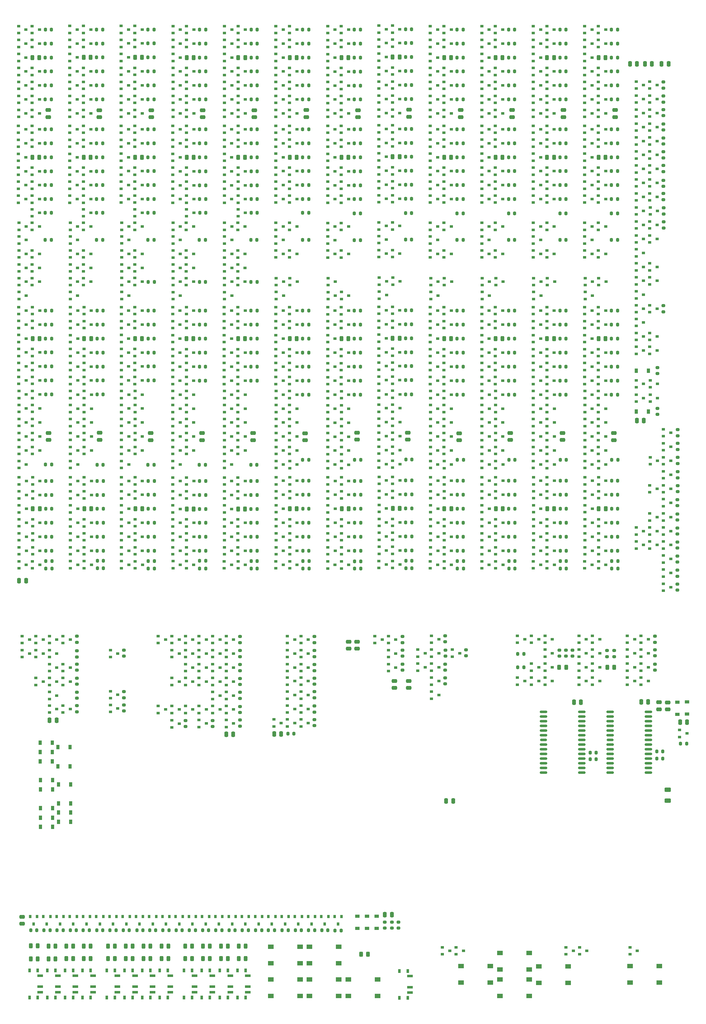
<source format=gtp>
G04 #@! TF.GenerationSoftware,KiCad,Pcbnew,(6.0.8-1)-1*
G04 #@! TF.CreationDate,2022-11-09T18:22:42-06:00*
G04 #@! TF.ProjectId,q2,71322e6b-6963-4616-945f-706362585858,rev?*
G04 #@! TF.SameCoordinates,Original*
G04 #@! TF.FileFunction,Paste,Top*
G04 #@! TF.FilePolarity,Positive*
%FSLAX46Y46*%
G04 Gerber Fmt 4.6, Leading zero omitted, Abs format (unit mm)*
G04 Created by KiCad (PCBNEW (6.0.8-1)-1) date 2022-11-09 18:22:42*
%MOMM*%
%LPD*%
G01*
G04 APERTURE LIST*
G04 Aperture macros list*
%AMRoundRect*
0 Rectangle with rounded corners*
0 $1 Rounding radius*
0 $2 $3 $4 $5 $6 $7 $8 $9 X,Y pos of 4 corners*
0 Add a 4 corners polygon primitive as box body*
4,1,4,$2,$3,$4,$5,$6,$7,$8,$9,$2,$3,0*
0 Add four circle primitives for the rounded corners*
1,1,$1+$1,$2,$3*
1,1,$1+$1,$4,$5*
1,1,$1+$1,$6,$7*
1,1,$1+$1,$8,$9*
0 Add four rect primitives between the rounded corners*
20,1,$1+$1,$2,$3,$4,$5,0*
20,1,$1+$1,$4,$5,$6,$7,0*
20,1,$1+$1,$6,$7,$8,$9,0*
20,1,$1+$1,$8,$9,$2,$3,0*%
G04 Aperture macros list end*
%ADD10RoundRect,0.250000X-0.475000X0.250000X-0.475000X-0.250000X0.475000X-0.250000X0.475000X0.250000X0*%
%ADD11RoundRect,0.250000X-0.250000X-0.475000X0.250000X-0.475000X0.250000X0.475000X-0.250000X0.475000X0*%
%ADD12RoundRect,0.250000X0.475000X-0.250000X0.475000X0.250000X-0.475000X0.250000X-0.475000X-0.250000X0*%
%ADD13RoundRect,0.250000X0.250000X0.475000X-0.250000X0.475000X-0.250000X-0.475000X0.250000X-0.475000X0*%
%ADD14RoundRect,0.243750X-0.243750X-0.456250X0.243750X-0.456250X0.243750X0.456250X-0.243750X0.456250X0*%
%ADD15RoundRect,0.243750X0.243750X0.456250X-0.243750X0.456250X-0.243750X-0.456250X0.243750X-0.456250X0*%
%ADD16R,1.200000X0.900000*%
%ADD17R,0.900000X1.200000*%
%ADD18R,0.900000X0.800000*%
%ADD19RoundRect,0.200000X0.200000X0.275000X-0.200000X0.275000X-0.200000X-0.275000X0.200000X-0.275000X0*%
%ADD20RoundRect,0.200000X-0.275000X0.200000X-0.275000X-0.200000X0.275000X-0.200000X0.275000X0.200000X0*%
%ADD21RoundRect,0.200000X0.275000X-0.200000X0.275000X0.200000X-0.275000X0.200000X-0.275000X-0.200000X0*%
%ADD22R,1.550000X1.300000*%
%ADD23R,0.800000X1.000000*%
%ADD24R,1.500000X0.700000*%
%ADD25R,0.800000X0.900000*%
%ADD26RoundRect,0.200000X-0.200000X-0.275000X0.200000X-0.275000X0.200000X0.275000X-0.200000X0.275000X0*%
%ADD27RoundRect,0.150000X-0.850000X-0.150000X0.850000X-0.150000X0.850000X0.150000X-0.850000X0.150000X0*%
%ADD28RoundRect,0.150000X-0.750000X-0.150000X0.750000X-0.150000X0.750000X0.150000X-0.750000X0.150000X0*%
%ADD29RoundRect,0.250000X0.625000X-0.312500X0.625000X0.312500X-0.625000X0.312500X-0.625000X-0.312500X0*%
G04 APERTURE END LIST*
D10*
X65800000Y-66900000D03*
X65800000Y-68800000D03*
X79700000Y-66950000D03*
X79700000Y-68850000D03*
X93800000Y-66950000D03*
X93800000Y-68850000D03*
X107800000Y-66950000D03*
X107800000Y-68850000D03*
X121800000Y-66950000D03*
X121800000Y-68850000D03*
X163950000Y-66800000D03*
X163950000Y-68700000D03*
X177950000Y-66900000D03*
X177950000Y-68800000D03*
X205950000Y-66900000D03*
X205950000Y-68800000D03*
X219950000Y-66900000D03*
X219950000Y-68800000D03*
D11*
X208750000Y-227800000D03*
X210650000Y-227800000D03*
X227050000Y-227700000D03*
X228950000Y-227700000D03*
D12*
X231890000Y-229750000D03*
X231890000Y-227850000D03*
D10*
X191950000Y-66900000D03*
X191950000Y-68800000D03*
X58700000Y-286150000D03*
X58700000Y-288050000D03*
D11*
X224020000Y-54370000D03*
X225920000Y-54370000D03*
X57850000Y-194800000D03*
X59750000Y-194800000D03*
D13*
X159250000Y-285600000D03*
X157350000Y-285600000D03*
D10*
X150030000Y-66920000D03*
X150030000Y-68820000D03*
X135950000Y-66900000D03*
X135950000Y-68800000D03*
D14*
X61462500Y-52600000D03*
X63337500Y-52600000D03*
X61447440Y-79712301D03*
X63322440Y-79712301D03*
X61537440Y-128972301D03*
X63412440Y-128972301D03*
X61587440Y-175272301D03*
X63462440Y-175272301D03*
X75417440Y-52592301D03*
X77292440Y-52592301D03*
X75407440Y-79712301D03*
X77282440Y-79712301D03*
X75557440Y-128992301D03*
X77432440Y-128992301D03*
X75587500Y-175275000D03*
X77462500Y-175275000D03*
X89427440Y-128982301D03*
X91302440Y-128982301D03*
X89457500Y-175265000D03*
X91332500Y-175265000D03*
X103402500Y-129000000D03*
X105277500Y-129000000D03*
X103432560Y-175282699D03*
X105307560Y-175282699D03*
X117402500Y-129000000D03*
X119277500Y-129000000D03*
X117432560Y-175282699D03*
X119307560Y-175282699D03*
X159462500Y-52500000D03*
X161337500Y-52500000D03*
X159462500Y-128900000D03*
X161337500Y-128900000D03*
X159462500Y-79600000D03*
X161337500Y-79600000D03*
X159512500Y-175150000D03*
X161387500Y-175150000D03*
X173462500Y-52600000D03*
X175337500Y-52600000D03*
X173462500Y-129000000D03*
X175337500Y-129000000D03*
X173462500Y-79700000D03*
X175337500Y-79700000D03*
X173512500Y-175250000D03*
X175387500Y-175250000D03*
X201462500Y-52600000D03*
X203337500Y-52600000D03*
X201462500Y-129000000D03*
X203337500Y-129000000D03*
X201462500Y-79700000D03*
X203337500Y-79700000D03*
X201512500Y-175250000D03*
X203387500Y-175250000D03*
X215462500Y-52600000D03*
X217337500Y-52600000D03*
X215462500Y-129000000D03*
X217337500Y-129000000D03*
X215462500Y-79700000D03*
X217337500Y-79700000D03*
X215512500Y-175250000D03*
X217387500Y-175250000D03*
D15*
X152737500Y-296300000D03*
X150862500Y-296300000D03*
D16*
X239525000Y-227775000D03*
X239525000Y-231075000D03*
X236925000Y-227825000D03*
X236925000Y-231125000D03*
D17*
X68550000Y-250200000D03*
X71850000Y-250200000D03*
D14*
X187462500Y-52600000D03*
X189337500Y-52600000D03*
X187462500Y-129000000D03*
X189337500Y-129000000D03*
X187462500Y-79700000D03*
X189337500Y-79700000D03*
X187512500Y-175250000D03*
X189387500Y-175250000D03*
D17*
X225750000Y-148800000D03*
X229050000Y-148800000D03*
D14*
X145542500Y-52620000D03*
X147417500Y-52620000D03*
X145542500Y-129020000D03*
X147417500Y-129020000D03*
X145542500Y-79720000D03*
X147417500Y-79720000D03*
X145592500Y-175270000D03*
X147467500Y-175270000D03*
X131462500Y-52600000D03*
X133337500Y-52600000D03*
X131462500Y-129000000D03*
X133337500Y-129000000D03*
X131462500Y-79700000D03*
X133337500Y-79700000D03*
X131512500Y-175250000D03*
X133387500Y-175250000D03*
D18*
X61500000Y-189550000D03*
X61500000Y-191450000D03*
X63500000Y-190500000D03*
X57800000Y-189550000D03*
X57800000Y-191450000D03*
X59800000Y-190500000D03*
X61400000Y-66850000D03*
X61400000Y-68750000D03*
X63400000Y-67800000D03*
X57700000Y-66850000D03*
X57700000Y-68750000D03*
X59700000Y-67800000D03*
X61400000Y-44050000D03*
X61400000Y-45950000D03*
X63400000Y-45000000D03*
X61400000Y-55450000D03*
X61400000Y-57350000D03*
X63400000Y-56400000D03*
X57700000Y-55450000D03*
X57700000Y-57350000D03*
X59700000Y-56400000D03*
X57700000Y-44050000D03*
X57700000Y-45950000D03*
X59700000Y-45000000D03*
X61400000Y-47850000D03*
X61400000Y-49750000D03*
X63400000Y-48800000D03*
X61400000Y-59250000D03*
X61400000Y-61150000D03*
X63400000Y-60200000D03*
X57700000Y-51650000D03*
X57700000Y-53550000D03*
X59700000Y-52600000D03*
X57700000Y-47850000D03*
X57700000Y-49750000D03*
X59700000Y-48800000D03*
X57700000Y-59250000D03*
X57700000Y-61150000D03*
X59700000Y-60200000D03*
X61400000Y-63050000D03*
X61400000Y-64950000D03*
X63400000Y-64000000D03*
X57700000Y-63050000D03*
X57700000Y-64950000D03*
X59700000Y-64000000D03*
X61400000Y-112550000D03*
X61400000Y-114450000D03*
X63400000Y-113500000D03*
X61400000Y-93850000D03*
X61400000Y-95750000D03*
X63400000Y-94800000D03*
X61400000Y-108850000D03*
X61400000Y-110750000D03*
X63400000Y-109800000D03*
X61400000Y-105050000D03*
X61400000Y-106950000D03*
X63400000Y-106000000D03*
X61400000Y-97550000D03*
X61400000Y-99450000D03*
X63400000Y-98500000D03*
X57800000Y-112550000D03*
X57800000Y-114450000D03*
X59800000Y-113500000D03*
X57800000Y-108850000D03*
X57800000Y-110750000D03*
X59800000Y-109800000D03*
X57800000Y-105050000D03*
X57800000Y-106950000D03*
X59800000Y-106000000D03*
X57800000Y-97550000D03*
X57800000Y-99450000D03*
X59800000Y-98500000D03*
X57800000Y-116350000D03*
X57800000Y-118250000D03*
X59800000Y-117300000D03*
X57800000Y-101250000D03*
X57800000Y-103150000D03*
X59800000Y-102200000D03*
X61384940Y-71162301D03*
X61384940Y-73062301D03*
X63384940Y-72112301D03*
X61384940Y-82562301D03*
X61384940Y-84462301D03*
X63384940Y-83512301D03*
X57684940Y-82562301D03*
X57684940Y-84462301D03*
X59684940Y-83512301D03*
X57684940Y-71162301D03*
X57684940Y-73062301D03*
X59684940Y-72112301D03*
X61384940Y-74962301D03*
X61384940Y-76862301D03*
X63384940Y-75912301D03*
X61384940Y-86362301D03*
X61384940Y-88262301D03*
X63384940Y-87312301D03*
X57684940Y-78762301D03*
X57684940Y-80662301D03*
X59684940Y-79712301D03*
X57684940Y-74962301D03*
X57684940Y-76862301D03*
X59684940Y-75912301D03*
X57684940Y-86362301D03*
X57684940Y-88262301D03*
X59684940Y-87312301D03*
X61384940Y-90162301D03*
X61384940Y-92062301D03*
X63384940Y-91112301D03*
X57684940Y-90162301D03*
X57684940Y-92062301D03*
X59684940Y-91112301D03*
X61500000Y-143250000D03*
X61500000Y-145150000D03*
X63500000Y-144200000D03*
X57800000Y-143250000D03*
X57800000Y-145150000D03*
X59800000Y-144200000D03*
X61500000Y-154650000D03*
X61500000Y-156550000D03*
X63500000Y-155600000D03*
X61500000Y-158450000D03*
X61500000Y-160350000D03*
X63500000Y-159400000D03*
X61500000Y-150850000D03*
X61500000Y-152750000D03*
X63500000Y-151800000D03*
X61500000Y-147050000D03*
X61500000Y-148950000D03*
X63500000Y-148000000D03*
X57800000Y-158450000D03*
X57800000Y-160350000D03*
X59800000Y-159400000D03*
X57800000Y-154650000D03*
X57800000Y-156550000D03*
X59800000Y-155600000D03*
X57800000Y-150850000D03*
X57800000Y-152750000D03*
X59800000Y-151800000D03*
X57800000Y-147050000D03*
X57800000Y-148950000D03*
X59800000Y-148000000D03*
X57800000Y-162250000D03*
X57800000Y-164150000D03*
X59800000Y-163200000D03*
X61474940Y-120422301D03*
X61474940Y-122322301D03*
X63474940Y-121372301D03*
X61474940Y-131822301D03*
X61474940Y-133722301D03*
X63474940Y-132772301D03*
X57774940Y-131822301D03*
X57774940Y-133722301D03*
X59774940Y-132772301D03*
X57774940Y-120422301D03*
X57774940Y-122322301D03*
X59774940Y-121372301D03*
X61474940Y-124222301D03*
X61474940Y-126122301D03*
X63474940Y-125172301D03*
X61474940Y-135622301D03*
X61474940Y-137522301D03*
X63474940Y-136572301D03*
X57774940Y-128022301D03*
X57774940Y-129922301D03*
X59774940Y-128972301D03*
X57774940Y-124222301D03*
X57774940Y-126122301D03*
X59774940Y-125172301D03*
X57774940Y-135622301D03*
X57774940Y-137522301D03*
X59774940Y-136572301D03*
X61474940Y-139422301D03*
X61474940Y-141322301D03*
X63474940Y-140372301D03*
X57774940Y-139422301D03*
X57774940Y-141322301D03*
X59774940Y-140372301D03*
X61524940Y-166722301D03*
X61524940Y-168622301D03*
X63524940Y-167672301D03*
X61524940Y-178122301D03*
X61524940Y-180022301D03*
X63524940Y-179072301D03*
X57824940Y-166722301D03*
X57824940Y-168622301D03*
X59824940Y-167672301D03*
X61524940Y-170522301D03*
X61524940Y-172422301D03*
X63524940Y-171472301D03*
X61524940Y-181922301D03*
X61524940Y-183822301D03*
X63524940Y-182872301D03*
X57824940Y-174322301D03*
X57824940Y-176222301D03*
X59824940Y-175272301D03*
X57824940Y-170522301D03*
X57824940Y-172422301D03*
X59824940Y-171472301D03*
X57824940Y-181922301D03*
X57824940Y-183822301D03*
X59824940Y-182872301D03*
X61524940Y-185722301D03*
X61524940Y-187622301D03*
X63524940Y-186672301D03*
X57824940Y-185722301D03*
X57824940Y-187622301D03*
X59824940Y-186672301D03*
X75550000Y-189500000D03*
X75550000Y-191400000D03*
X77550000Y-190450000D03*
X71800000Y-189500000D03*
X71800000Y-191400000D03*
X73800000Y-190450000D03*
X71654940Y-66842301D03*
X71654940Y-68742301D03*
X73654940Y-67792301D03*
X75354940Y-44042301D03*
X75354940Y-45942301D03*
X77354940Y-44992301D03*
X75354940Y-55442301D03*
X75354940Y-57342301D03*
X77354940Y-56392301D03*
X71654940Y-55442301D03*
X71654940Y-57342301D03*
X73654940Y-56392301D03*
X71654940Y-44042301D03*
X71654940Y-45942301D03*
X73654940Y-44992301D03*
X75354940Y-47842301D03*
X75354940Y-49742301D03*
X77354940Y-48792301D03*
X75354940Y-59242301D03*
X75354940Y-61142301D03*
X77354940Y-60192301D03*
X71654940Y-51642301D03*
X71654940Y-53542301D03*
X73654940Y-52592301D03*
X71654940Y-47842301D03*
X71654940Y-49742301D03*
X73654940Y-48792301D03*
X71654940Y-59242301D03*
X71654940Y-61142301D03*
X73654940Y-60192301D03*
X75354940Y-63042301D03*
X75354940Y-64942301D03*
X77354940Y-63992301D03*
X71654940Y-63042301D03*
X71654940Y-64942301D03*
X73654940Y-63992301D03*
X75360000Y-112550000D03*
X75360000Y-114450000D03*
X77360000Y-113500000D03*
X75360000Y-93850000D03*
X75360000Y-95750000D03*
X77360000Y-94800000D03*
X75360000Y-108850000D03*
X75360000Y-110750000D03*
X77360000Y-109800000D03*
X75360000Y-105050000D03*
X75360000Y-106950000D03*
X77360000Y-106000000D03*
X75360000Y-97550000D03*
X75360000Y-99450000D03*
X77360000Y-98500000D03*
X71760000Y-112550000D03*
X71760000Y-114450000D03*
X73760000Y-113500000D03*
X71760000Y-108850000D03*
X71760000Y-110750000D03*
X73760000Y-109800000D03*
X71760000Y-105050000D03*
X71760000Y-106950000D03*
X73760000Y-106000000D03*
X71760000Y-97550000D03*
X71760000Y-99450000D03*
X73760000Y-98500000D03*
X71760000Y-116350000D03*
X71760000Y-118250000D03*
X73760000Y-117300000D03*
X71760000Y-101250000D03*
X71760000Y-103150000D03*
X73760000Y-102200000D03*
X75344940Y-71162301D03*
X75344940Y-73062301D03*
X77344940Y-72112301D03*
X75344940Y-82562301D03*
X75344940Y-84462301D03*
X77344940Y-83512301D03*
X71644940Y-82562301D03*
X71644940Y-84462301D03*
X73644940Y-83512301D03*
X71644940Y-71162301D03*
X71644940Y-73062301D03*
X73644940Y-72112301D03*
X75344940Y-74962301D03*
X75344940Y-76862301D03*
X77344940Y-75912301D03*
X75344940Y-86362301D03*
X75344940Y-88262301D03*
X77344940Y-87312301D03*
X71644940Y-78762301D03*
X71644940Y-80662301D03*
X73644940Y-79712301D03*
X71644940Y-74962301D03*
X71644940Y-76862301D03*
X73644940Y-75912301D03*
X71644940Y-86362301D03*
X71644940Y-88262301D03*
X73644940Y-87312301D03*
X75344940Y-90162301D03*
X75344940Y-92062301D03*
X77344940Y-91112301D03*
X71644940Y-90162301D03*
X71644940Y-92062301D03*
X73644940Y-91112301D03*
X75520000Y-143270000D03*
X75520000Y-145170000D03*
X77520000Y-144220000D03*
X71820000Y-143270000D03*
X71820000Y-145170000D03*
X73820000Y-144220000D03*
X75520000Y-154670000D03*
X75520000Y-156570000D03*
X77520000Y-155620000D03*
X75520000Y-158470000D03*
X75520000Y-160370000D03*
X77520000Y-159420000D03*
X75520000Y-150870000D03*
X75520000Y-152770000D03*
X77520000Y-151820000D03*
X75520000Y-147070000D03*
X75520000Y-148970000D03*
X77520000Y-148020000D03*
X71820000Y-158470000D03*
X71820000Y-160370000D03*
X73820000Y-159420000D03*
X71820000Y-154670000D03*
X71820000Y-156570000D03*
X73820000Y-155620000D03*
X71820000Y-150870000D03*
X71820000Y-152770000D03*
X73820000Y-151820000D03*
X71820000Y-147070000D03*
X71820000Y-148970000D03*
X73820000Y-148020000D03*
X71820000Y-162270000D03*
X71820000Y-164170000D03*
X73820000Y-163220000D03*
X75494940Y-120442301D03*
X75494940Y-122342301D03*
X77494940Y-121392301D03*
X75494940Y-131842301D03*
X75494940Y-133742301D03*
X77494940Y-132792301D03*
X71794940Y-131842301D03*
X71794940Y-133742301D03*
X73794940Y-132792301D03*
X71794940Y-120442301D03*
X71794940Y-122342301D03*
X73794940Y-121392301D03*
X75494940Y-124242301D03*
X75494940Y-126142301D03*
X77494940Y-125192301D03*
X75494940Y-135642301D03*
X75494940Y-137542301D03*
X77494940Y-136592301D03*
X71794940Y-128042301D03*
X71794940Y-129942301D03*
X73794940Y-128992301D03*
X71794940Y-124242301D03*
X71794940Y-126142301D03*
X73794940Y-125192301D03*
X71794940Y-135642301D03*
X71794940Y-137542301D03*
X73794940Y-136592301D03*
X75494940Y-139442301D03*
X75494940Y-141342301D03*
X77494940Y-140392301D03*
X71794940Y-139442301D03*
X71794940Y-141342301D03*
X73794940Y-140392301D03*
X75525000Y-166725000D03*
X75525000Y-168625000D03*
X77525000Y-167675000D03*
X75525000Y-178125000D03*
X75525000Y-180025000D03*
X77525000Y-179075000D03*
X71825000Y-178125000D03*
X71825000Y-180025000D03*
X73825000Y-179075000D03*
X71825000Y-166725000D03*
X71825000Y-168625000D03*
X73825000Y-167675000D03*
X75525000Y-170525000D03*
X75525000Y-172425000D03*
X77525000Y-171475000D03*
X75525000Y-181925000D03*
X75525000Y-183825000D03*
X77525000Y-182875000D03*
X71825000Y-174325000D03*
X71825000Y-176225000D03*
X73825000Y-175275000D03*
X71825000Y-170525000D03*
X71825000Y-172425000D03*
X73825000Y-171475000D03*
X71825000Y-181925000D03*
X71825000Y-183825000D03*
X73825000Y-182875000D03*
X75525000Y-185725000D03*
X75525000Y-187625000D03*
X77525000Y-186675000D03*
X71825000Y-185725000D03*
X71825000Y-187625000D03*
X73825000Y-186675000D03*
X89400000Y-189550000D03*
X89400000Y-191450000D03*
X91400000Y-190500000D03*
X85700000Y-189500000D03*
X85700000Y-191400000D03*
X87700000Y-190450000D03*
X89390000Y-143260000D03*
X89390000Y-145160000D03*
X91390000Y-144210000D03*
X85690000Y-143260000D03*
X85690000Y-145160000D03*
X87690000Y-144210000D03*
X89390000Y-154660000D03*
X89390000Y-156560000D03*
X91390000Y-155610000D03*
X89390000Y-158460000D03*
X89390000Y-160360000D03*
X91390000Y-159410000D03*
X89390000Y-150860000D03*
X89390000Y-152760000D03*
X91390000Y-151810000D03*
X89390000Y-147060000D03*
X89390000Y-148960000D03*
X91390000Y-148010000D03*
X85690000Y-158460000D03*
X85690000Y-160360000D03*
X87690000Y-159410000D03*
X85690000Y-154660000D03*
X85690000Y-156560000D03*
X87690000Y-155610000D03*
X85690000Y-150860000D03*
X85690000Y-152760000D03*
X87690000Y-151810000D03*
X85690000Y-147060000D03*
X85690000Y-148960000D03*
X87690000Y-148010000D03*
X85690000Y-162260000D03*
X85690000Y-164160000D03*
X87690000Y-163210000D03*
X89364940Y-120432301D03*
X89364940Y-122332301D03*
X91364940Y-121382301D03*
X89364940Y-131832301D03*
X89364940Y-133732301D03*
X91364940Y-132782301D03*
X85664940Y-131832301D03*
X85664940Y-133732301D03*
X87664940Y-132782301D03*
X85664940Y-120432301D03*
X85664940Y-122332301D03*
X87664940Y-121382301D03*
X89364940Y-124232301D03*
X89364940Y-126132301D03*
X91364940Y-125182301D03*
X89364940Y-135632301D03*
X89364940Y-137532301D03*
X91364940Y-136582301D03*
X85664940Y-128032301D03*
X85664940Y-129932301D03*
X87664940Y-128982301D03*
X85664940Y-124232301D03*
X85664940Y-126132301D03*
X87664940Y-125182301D03*
X85664940Y-135632301D03*
X85664940Y-137532301D03*
X87664940Y-136582301D03*
X89364940Y-139432301D03*
X89364940Y-141332301D03*
X91364940Y-140382301D03*
X85664940Y-139432301D03*
X85664940Y-141332301D03*
X87664940Y-140382301D03*
X89395000Y-166715000D03*
X89395000Y-168615000D03*
X91395000Y-167665000D03*
X89395000Y-178115000D03*
X89395000Y-180015000D03*
X91395000Y-179065000D03*
X85695000Y-178115000D03*
X85695000Y-180015000D03*
X87695000Y-179065000D03*
X85695000Y-166715000D03*
X85695000Y-168615000D03*
X87695000Y-167665000D03*
X89395000Y-170515000D03*
X89395000Y-172415000D03*
X91395000Y-171465000D03*
X89395000Y-181915000D03*
X89395000Y-183815000D03*
X91395000Y-182865000D03*
X85695000Y-174315000D03*
X85695000Y-176215000D03*
X87695000Y-175265000D03*
X85695000Y-170515000D03*
X85695000Y-172415000D03*
X87695000Y-171465000D03*
X85695000Y-181915000D03*
X85695000Y-183815000D03*
X87695000Y-182865000D03*
X89395000Y-185715000D03*
X89395000Y-187615000D03*
X91395000Y-186665000D03*
X85695000Y-185715000D03*
X85695000Y-187615000D03*
X87695000Y-186665000D03*
X103350000Y-189500000D03*
X103350000Y-191400000D03*
X105350000Y-190450000D03*
X99700000Y-189500000D03*
X99700000Y-191400000D03*
X101700000Y-190450000D03*
X103365060Y-143277699D03*
X103365060Y-145177699D03*
X105365060Y-144227699D03*
X99665060Y-143277699D03*
X99665060Y-145177699D03*
X101665060Y-144227699D03*
X103365060Y-154677699D03*
X103365060Y-156577699D03*
X105365060Y-155627699D03*
X103365060Y-158477699D03*
X103365060Y-160377699D03*
X105365060Y-159427699D03*
X103365060Y-150877699D03*
X103365060Y-152777699D03*
X105365060Y-151827699D03*
X103365060Y-147077699D03*
X103365060Y-148977699D03*
X105365060Y-148027699D03*
X99665060Y-158477699D03*
X99665060Y-160377699D03*
X101665060Y-159427699D03*
X99665060Y-154677699D03*
X99665060Y-156577699D03*
X101665060Y-155627699D03*
X99665060Y-150877699D03*
X99665060Y-152777699D03*
X101665060Y-151827699D03*
X99665060Y-147077699D03*
X99665060Y-148977699D03*
X101665060Y-148027699D03*
X99665060Y-162277699D03*
X99665060Y-164177699D03*
X101665060Y-163227699D03*
X103340000Y-120450000D03*
X103340000Y-122350000D03*
X105340000Y-121400000D03*
X103340000Y-131850000D03*
X103340000Y-133750000D03*
X105340000Y-132800000D03*
X99640000Y-131850000D03*
X99640000Y-133750000D03*
X101640000Y-132800000D03*
X99640000Y-120450000D03*
X99640000Y-122350000D03*
X101640000Y-121400000D03*
X103340000Y-124250000D03*
X103340000Y-126150000D03*
X105340000Y-125200000D03*
X103340000Y-135650000D03*
X103340000Y-137550000D03*
X105340000Y-136600000D03*
X99640000Y-128050000D03*
X99640000Y-129950000D03*
X101640000Y-129000000D03*
X99640000Y-124250000D03*
X99640000Y-126150000D03*
X101640000Y-125200000D03*
X99640000Y-135650000D03*
X99640000Y-137550000D03*
X101640000Y-136600000D03*
X103340000Y-139450000D03*
X103340000Y-141350000D03*
X105340000Y-140400000D03*
X99640000Y-139450000D03*
X99640000Y-141350000D03*
X101640000Y-140400000D03*
X103370060Y-166732699D03*
X103370060Y-168632699D03*
X105370060Y-167682699D03*
X103370060Y-178132699D03*
X103370060Y-180032699D03*
X105370060Y-179082699D03*
X99670060Y-178132699D03*
X99670060Y-180032699D03*
X101670060Y-179082699D03*
X99670060Y-166732699D03*
X99670060Y-168632699D03*
X101670060Y-167682699D03*
X103370060Y-170532699D03*
X103370060Y-172432699D03*
X105370060Y-171482699D03*
X103370060Y-181932699D03*
X103370060Y-183832699D03*
X105370060Y-182882699D03*
X99670060Y-174332699D03*
X99670060Y-176232699D03*
X101670060Y-175282699D03*
X99670060Y-170532699D03*
X99670060Y-172432699D03*
X101670060Y-171482699D03*
X99670060Y-181932699D03*
X99670060Y-183832699D03*
X101670060Y-182882699D03*
X103370060Y-185732699D03*
X103370060Y-187632699D03*
X105370060Y-186682699D03*
X99670060Y-185732699D03*
X99670060Y-187632699D03*
X101670060Y-186682699D03*
X117400000Y-189550000D03*
X117400000Y-191450000D03*
X119400000Y-190500000D03*
X113650000Y-189550000D03*
X113650000Y-191450000D03*
X115650000Y-190500000D03*
X117365060Y-143277699D03*
X117365060Y-145177699D03*
X119365060Y-144227699D03*
X113665060Y-143277699D03*
X113665060Y-145177699D03*
X115665060Y-144227699D03*
X117365060Y-154677699D03*
X117365060Y-156577699D03*
X119365060Y-155627699D03*
X117365060Y-158477699D03*
X117365060Y-160377699D03*
X119365060Y-159427699D03*
X117365060Y-150877699D03*
X117365060Y-152777699D03*
X119365060Y-151827699D03*
X117365060Y-147077699D03*
X117365060Y-148977699D03*
X119365060Y-148027699D03*
X113665060Y-158477699D03*
X113665060Y-160377699D03*
X115665060Y-159427699D03*
X113665060Y-154677699D03*
X113665060Y-156577699D03*
X115665060Y-155627699D03*
X113665060Y-150877699D03*
X113665060Y-152777699D03*
X115665060Y-151827699D03*
X113665060Y-147077699D03*
X113665060Y-148977699D03*
X115665060Y-148027699D03*
X113665060Y-162277699D03*
X113665060Y-164177699D03*
X115665060Y-163227699D03*
X117340000Y-120450000D03*
X117340000Y-122350000D03*
X119340000Y-121400000D03*
X117340000Y-131850000D03*
X117340000Y-133750000D03*
X119340000Y-132800000D03*
X113640000Y-131850000D03*
X113640000Y-133750000D03*
X115640000Y-132800000D03*
X113640000Y-120450000D03*
X113640000Y-122350000D03*
X115640000Y-121400000D03*
X117340000Y-124250000D03*
X117340000Y-126150000D03*
X119340000Y-125200000D03*
X117340000Y-135650000D03*
X117340000Y-137550000D03*
X119340000Y-136600000D03*
X113640000Y-128050000D03*
X113640000Y-129950000D03*
X115640000Y-129000000D03*
X113640000Y-124250000D03*
X113640000Y-126150000D03*
X115640000Y-125200000D03*
X113640000Y-135650000D03*
X113640000Y-137550000D03*
X115640000Y-136600000D03*
X117340000Y-139450000D03*
X117340000Y-141350000D03*
X119340000Y-140400000D03*
X113640000Y-139450000D03*
X113640000Y-141350000D03*
X115640000Y-140400000D03*
X117370060Y-166732699D03*
X117370060Y-168632699D03*
X119370060Y-167682699D03*
X117370060Y-178132699D03*
X117370060Y-180032699D03*
X119370060Y-179082699D03*
X113670060Y-178132699D03*
X113670060Y-180032699D03*
X115670060Y-179082699D03*
X113670060Y-166732699D03*
X113670060Y-168632699D03*
X115670060Y-167682699D03*
X117370060Y-170532699D03*
X117370060Y-172432699D03*
X119370060Y-171482699D03*
X117370060Y-181932699D03*
X117370060Y-183832699D03*
X119370060Y-182882699D03*
X113670060Y-174332699D03*
X113670060Y-176232699D03*
X115670060Y-175282699D03*
X113670060Y-170532699D03*
X113670060Y-172432699D03*
X115670060Y-171482699D03*
X113670060Y-181932699D03*
X113670060Y-183832699D03*
X115670060Y-182882699D03*
X117370060Y-185732699D03*
X117370060Y-187632699D03*
X119370060Y-186682699D03*
X113670060Y-185732699D03*
X113670060Y-187632699D03*
X115670060Y-186682699D03*
X159450000Y-189450000D03*
X159450000Y-191350000D03*
X161450000Y-190400000D03*
X155700000Y-189450000D03*
X155700000Y-191350000D03*
X157700000Y-190400000D03*
X159450000Y-162200000D03*
X159450000Y-164100000D03*
X161450000Y-163150000D03*
X159400000Y-66750000D03*
X159400000Y-68650000D03*
X161400000Y-67700000D03*
X155700000Y-66750000D03*
X155700000Y-68650000D03*
X157700000Y-67700000D03*
X159400000Y-43950000D03*
X159400000Y-45850000D03*
X161400000Y-44900000D03*
X159400000Y-55350000D03*
X159400000Y-57250000D03*
X161400000Y-56300000D03*
X155700000Y-55350000D03*
X155700000Y-57250000D03*
X157700000Y-56300000D03*
X159400000Y-47750000D03*
X159400000Y-49650000D03*
X161400000Y-48700000D03*
X159400000Y-59150000D03*
X159400000Y-61050000D03*
X161400000Y-60100000D03*
X155700000Y-51550000D03*
X155700000Y-53450000D03*
X157700000Y-52500000D03*
X155700000Y-47750000D03*
X155700000Y-49650000D03*
X157700000Y-48700000D03*
X155700000Y-59150000D03*
X155700000Y-61050000D03*
X157700000Y-60100000D03*
X159400000Y-62950000D03*
X159400000Y-64850000D03*
X161400000Y-63900000D03*
X155700000Y-62950000D03*
X155700000Y-64850000D03*
X157700000Y-63900000D03*
X159425060Y-143177699D03*
X159425060Y-145077699D03*
X161425060Y-144127699D03*
X155725060Y-143177699D03*
X155725060Y-145077699D03*
X157725060Y-144127699D03*
X159425060Y-154577699D03*
X159425060Y-156477699D03*
X161425060Y-155527699D03*
X159425060Y-158377699D03*
X159425060Y-160277699D03*
X161425060Y-159327699D03*
X159425060Y-150777699D03*
X159425060Y-152677699D03*
X161425060Y-151727699D03*
X159425060Y-146977699D03*
X159425060Y-148877699D03*
X161425060Y-147927699D03*
X155725060Y-158377699D03*
X155725060Y-160277699D03*
X157725060Y-159327699D03*
X155725060Y-154577699D03*
X155725060Y-156477699D03*
X157725060Y-155527699D03*
X155725060Y-150777699D03*
X155725060Y-152677699D03*
X157725060Y-151727699D03*
X155725060Y-146977699D03*
X155725060Y-148877699D03*
X157725060Y-147927699D03*
X155725060Y-162177699D03*
X155725060Y-164077699D03*
X157725060Y-163127699D03*
X159400000Y-120350000D03*
X159400000Y-122250000D03*
X161400000Y-121300000D03*
X159400000Y-131750000D03*
X159400000Y-133650000D03*
X161400000Y-132700000D03*
X155700000Y-131750000D03*
X155700000Y-133650000D03*
X157700000Y-132700000D03*
X155700000Y-120350000D03*
X155700000Y-122250000D03*
X157700000Y-121300000D03*
X159400000Y-124150000D03*
X159400000Y-126050000D03*
X161400000Y-125100000D03*
X159400000Y-135550000D03*
X159400000Y-137450000D03*
X161400000Y-136500000D03*
X155700000Y-127950000D03*
X155700000Y-129850000D03*
X157700000Y-128900000D03*
X155700000Y-124150000D03*
X155700000Y-126050000D03*
X157700000Y-125100000D03*
X155700000Y-135550000D03*
X155700000Y-137450000D03*
X157700000Y-136500000D03*
X159400000Y-139350000D03*
X159400000Y-141250000D03*
X161400000Y-140300000D03*
X155700000Y-139350000D03*
X155700000Y-141250000D03*
X157700000Y-140300000D03*
X159500000Y-112450000D03*
X159500000Y-114350000D03*
X161500000Y-113400000D03*
X159400000Y-104950000D03*
X159400000Y-106850000D03*
X161400000Y-105900000D03*
X159400000Y-97450000D03*
X159400000Y-99350000D03*
X161400000Y-98400000D03*
X155800000Y-112450000D03*
X155800000Y-114350000D03*
X157800000Y-113400000D03*
X155700000Y-104950000D03*
X155700000Y-106850000D03*
X157700000Y-105900000D03*
X155700000Y-97450000D03*
X155700000Y-99350000D03*
X157700000Y-98400000D03*
X155800000Y-116250000D03*
X155800000Y-118150000D03*
X157800000Y-117200000D03*
X155700000Y-101150000D03*
X155700000Y-103050000D03*
X157700000Y-102100000D03*
X159400000Y-71050000D03*
X159400000Y-72950000D03*
X161400000Y-72000000D03*
X159400000Y-82450000D03*
X159400000Y-84350000D03*
X161400000Y-83400000D03*
X155700000Y-82450000D03*
X155700000Y-84350000D03*
X157700000Y-83400000D03*
X155700000Y-71050000D03*
X155700000Y-72950000D03*
X157700000Y-72000000D03*
X159400000Y-74850000D03*
X159400000Y-76750000D03*
X161400000Y-75800000D03*
X159400000Y-86250000D03*
X159400000Y-88150000D03*
X161400000Y-87200000D03*
X155700000Y-78650000D03*
X155700000Y-80550000D03*
X157700000Y-79600000D03*
X155700000Y-74850000D03*
X155700000Y-76750000D03*
X157700000Y-75800000D03*
X155700000Y-86250000D03*
X155700000Y-88150000D03*
X157700000Y-87200000D03*
X159400000Y-90050000D03*
X159400000Y-91950000D03*
X161400000Y-91000000D03*
X155700000Y-90050000D03*
X155700000Y-91950000D03*
X157700000Y-91000000D03*
X159450000Y-166600000D03*
X159450000Y-168500000D03*
X161450000Y-167550000D03*
X159450000Y-178000000D03*
X159450000Y-179900000D03*
X161450000Y-178950000D03*
X155750000Y-178000000D03*
X155750000Y-179900000D03*
X157750000Y-178950000D03*
X155750000Y-166600000D03*
X155750000Y-168500000D03*
X157750000Y-167550000D03*
X159450000Y-170400000D03*
X159450000Y-172300000D03*
X161450000Y-171350000D03*
X159450000Y-181800000D03*
X159450000Y-183700000D03*
X161450000Y-182750000D03*
X155750000Y-174200000D03*
X155750000Y-176100000D03*
X157750000Y-175150000D03*
X155750000Y-170400000D03*
X155750000Y-172300000D03*
X157750000Y-171350000D03*
X155750000Y-181800000D03*
X155750000Y-183700000D03*
X157750000Y-182750000D03*
X159450000Y-185600000D03*
X159450000Y-187500000D03*
X161450000Y-186550000D03*
X155750000Y-185600000D03*
X155750000Y-187500000D03*
X157750000Y-186550000D03*
X173450000Y-189550000D03*
X173450000Y-191450000D03*
X175450000Y-190500000D03*
X169700000Y-189550000D03*
X169700000Y-191450000D03*
X171700000Y-190500000D03*
X173450000Y-162300000D03*
X173450000Y-164200000D03*
X175450000Y-163250000D03*
X173400000Y-66850000D03*
X173400000Y-68750000D03*
X175400000Y-67800000D03*
X169700000Y-66850000D03*
X169700000Y-68750000D03*
X171700000Y-67800000D03*
X173400000Y-44050000D03*
X173400000Y-45950000D03*
X175400000Y-45000000D03*
X173400000Y-55450000D03*
X173400000Y-57350000D03*
X175400000Y-56400000D03*
X169700000Y-55450000D03*
X169700000Y-57350000D03*
X171700000Y-56400000D03*
X169700000Y-44050000D03*
X169700000Y-45950000D03*
X171700000Y-45000000D03*
X173400000Y-47850000D03*
X173400000Y-49750000D03*
X175400000Y-48800000D03*
X173400000Y-59250000D03*
X173400000Y-61150000D03*
X175400000Y-60200000D03*
X169700000Y-51650000D03*
X169700000Y-53550000D03*
X171700000Y-52600000D03*
X169700000Y-47850000D03*
X169700000Y-49750000D03*
X171700000Y-48800000D03*
X169700000Y-59250000D03*
X169700000Y-61150000D03*
X171700000Y-60200000D03*
X173400000Y-63050000D03*
X173400000Y-64950000D03*
X175400000Y-64000000D03*
X169700000Y-63050000D03*
X169700000Y-64950000D03*
X171700000Y-64000000D03*
X173425060Y-143277699D03*
X173425060Y-145177699D03*
X175425060Y-144227699D03*
X169725060Y-143277699D03*
X169725060Y-145177699D03*
X171725060Y-144227699D03*
X173425060Y-154677699D03*
X173425060Y-156577699D03*
X175425060Y-155627699D03*
X173425060Y-158477699D03*
X173425060Y-160377699D03*
X175425060Y-159427699D03*
X173425060Y-150877699D03*
X173425060Y-152777699D03*
X175425060Y-151827699D03*
X173425060Y-147077699D03*
X173425060Y-148977699D03*
X175425060Y-148027699D03*
X169725060Y-158477699D03*
X169725060Y-160377699D03*
X171725060Y-159427699D03*
X169725060Y-154677699D03*
X169725060Y-156577699D03*
X171725060Y-155627699D03*
X169725060Y-150877699D03*
X169725060Y-152777699D03*
X171725060Y-151827699D03*
X169725060Y-147077699D03*
X169725060Y-148977699D03*
X171725060Y-148027699D03*
X169725060Y-162277699D03*
X169725060Y-164177699D03*
X171725060Y-163227699D03*
X173400000Y-120450000D03*
X173400000Y-122350000D03*
X175400000Y-121400000D03*
X173400000Y-131850000D03*
X173400000Y-133750000D03*
X175400000Y-132800000D03*
X169700000Y-131850000D03*
X169700000Y-133750000D03*
X171700000Y-132800000D03*
X169700000Y-120450000D03*
X169700000Y-122350000D03*
X171700000Y-121400000D03*
X173400000Y-124250000D03*
X173400000Y-126150000D03*
X175400000Y-125200000D03*
X173400000Y-135650000D03*
X173400000Y-137550000D03*
X175400000Y-136600000D03*
X169700000Y-128050000D03*
X169700000Y-129950000D03*
X171700000Y-129000000D03*
X169700000Y-124250000D03*
X169700000Y-126150000D03*
X171700000Y-125200000D03*
X169700000Y-135650000D03*
X169700000Y-137550000D03*
X171700000Y-136600000D03*
X173400000Y-139450000D03*
X173400000Y-141350000D03*
X175400000Y-140400000D03*
X169700000Y-139450000D03*
X169700000Y-141350000D03*
X171700000Y-140400000D03*
X173500000Y-112550000D03*
X173500000Y-114450000D03*
X175500000Y-113500000D03*
X173400000Y-105050000D03*
X173400000Y-106950000D03*
X175400000Y-106000000D03*
X173400000Y-97550000D03*
X173400000Y-99450000D03*
X175400000Y-98500000D03*
X169800000Y-112550000D03*
X169800000Y-114450000D03*
X171800000Y-113500000D03*
X169700000Y-105050000D03*
X169700000Y-106950000D03*
X171700000Y-106000000D03*
X169700000Y-97550000D03*
X169700000Y-99450000D03*
X171700000Y-98500000D03*
X169800000Y-116350000D03*
X169800000Y-118250000D03*
X171800000Y-117300000D03*
X169700000Y-101250000D03*
X169700000Y-103150000D03*
X171700000Y-102200000D03*
X173400000Y-71150000D03*
X173400000Y-73050000D03*
X175400000Y-72100000D03*
X173400000Y-82550000D03*
X173400000Y-84450000D03*
X175400000Y-83500000D03*
X169700000Y-82550000D03*
X169700000Y-84450000D03*
X171700000Y-83500000D03*
X169700000Y-71150000D03*
X169700000Y-73050000D03*
X171700000Y-72100000D03*
X173400000Y-74950000D03*
X173400000Y-76850000D03*
X175400000Y-75900000D03*
X173400000Y-86350000D03*
X173400000Y-88250000D03*
X175400000Y-87300000D03*
X169700000Y-78750000D03*
X169700000Y-80650000D03*
X171700000Y-79700000D03*
X169700000Y-74950000D03*
X169700000Y-76850000D03*
X171700000Y-75900000D03*
X169700000Y-86350000D03*
X169700000Y-88250000D03*
X171700000Y-87300000D03*
X173400000Y-90150000D03*
X173400000Y-92050000D03*
X175400000Y-91100000D03*
X169700000Y-90150000D03*
X169700000Y-92050000D03*
X171700000Y-91100000D03*
X173450000Y-166700000D03*
X173450000Y-168600000D03*
X175450000Y-167650000D03*
X173450000Y-178100000D03*
X173450000Y-180000000D03*
X175450000Y-179050000D03*
X169750000Y-178100000D03*
X169750000Y-180000000D03*
X171750000Y-179050000D03*
X169750000Y-166700000D03*
X169750000Y-168600000D03*
X171750000Y-167650000D03*
X173450000Y-170500000D03*
X173450000Y-172400000D03*
X175450000Y-171450000D03*
X173450000Y-181900000D03*
X173450000Y-183800000D03*
X175450000Y-182850000D03*
X169750000Y-174300000D03*
X169750000Y-176200000D03*
X171750000Y-175250000D03*
X169750000Y-170500000D03*
X169750000Y-172400000D03*
X171750000Y-171450000D03*
X169750000Y-181900000D03*
X169750000Y-183800000D03*
X171750000Y-182850000D03*
X173450000Y-185700000D03*
X173450000Y-187600000D03*
X175450000Y-186650000D03*
X169750000Y-185700000D03*
X169750000Y-187600000D03*
X171750000Y-186650000D03*
X201450000Y-189550000D03*
X201450000Y-191450000D03*
X203450000Y-190500000D03*
X197700000Y-189550000D03*
X197700000Y-191450000D03*
X199700000Y-190500000D03*
X201450000Y-162300000D03*
X201450000Y-164200000D03*
X203450000Y-163250000D03*
X201400000Y-66850000D03*
X201400000Y-68750000D03*
X203400000Y-67800000D03*
X197700000Y-66850000D03*
X197700000Y-68750000D03*
X199700000Y-67800000D03*
X201400000Y-44050000D03*
X201400000Y-45950000D03*
X203400000Y-45000000D03*
X201400000Y-55450000D03*
X201400000Y-57350000D03*
X203400000Y-56400000D03*
X197700000Y-55450000D03*
X197700000Y-57350000D03*
X199700000Y-56400000D03*
X197700000Y-44050000D03*
X197700000Y-45950000D03*
X199700000Y-45000000D03*
X201400000Y-47850000D03*
X201400000Y-49750000D03*
X203400000Y-48800000D03*
X201400000Y-59250000D03*
X201400000Y-61150000D03*
X203400000Y-60200000D03*
X197700000Y-51650000D03*
X197700000Y-53550000D03*
X199700000Y-52600000D03*
X197700000Y-47850000D03*
X197700000Y-49750000D03*
X199700000Y-48800000D03*
X197700000Y-59250000D03*
X197700000Y-61150000D03*
X199700000Y-60200000D03*
X201400000Y-63050000D03*
X201400000Y-64950000D03*
X203400000Y-64000000D03*
X197700000Y-63050000D03*
X197700000Y-64950000D03*
X199700000Y-64000000D03*
X201425060Y-143277699D03*
X201425060Y-145177699D03*
X203425060Y-144227699D03*
X197725060Y-143277699D03*
X197725060Y-145177699D03*
X199725060Y-144227699D03*
X201425060Y-154677699D03*
X201425060Y-156577699D03*
X203425060Y-155627699D03*
X201425060Y-158477699D03*
X201425060Y-160377699D03*
X203425060Y-159427699D03*
X201425060Y-150877699D03*
X201425060Y-152777699D03*
X203425060Y-151827699D03*
X201425060Y-147077699D03*
X201425060Y-148977699D03*
X203425060Y-148027699D03*
X197725060Y-158477699D03*
X197725060Y-160377699D03*
X199725060Y-159427699D03*
X197725060Y-154677699D03*
X197725060Y-156577699D03*
X199725060Y-155627699D03*
X197725060Y-150877699D03*
X197725060Y-152777699D03*
X199725060Y-151827699D03*
X197725060Y-147077699D03*
X197725060Y-148977699D03*
X199725060Y-148027699D03*
X197725060Y-162277699D03*
X197725060Y-164177699D03*
X199725060Y-163227699D03*
X201400000Y-120450000D03*
X201400000Y-122350000D03*
X203400000Y-121400000D03*
X201400000Y-131850000D03*
X201400000Y-133750000D03*
X203400000Y-132800000D03*
X197700000Y-131850000D03*
X197700000Y-133750000D03*
X199700000Y-132800000D03*
X197700000Y-120450000D03*
X197700000Y-122350000D03*
X199700000Y-121400000D03*
X201400000Y-124250000D03*
X201400000Y-126150000D03*
X203400000Y-125200000D03*
X201400000Y-135650000D03*
X201400000Y-137550000D03*
X203400000Y-136600000D03*
X197700000Y-128050000D03*
X197700000Y-129950000D03*
X199700000Y-129000000D03*
X197700000Y-124250000D03*
X197700000Y-126150000D03*
X199700000Y-125200000D03*
X197700000Y-135650000D03*
X197700000Y-137550000D03*
X199700000Y-136600000D03*
X201400000Y-139450000D03*
X201400000Y-141350000D03*
X203400000Y-140400000D03*
X197700000Y-139450000D03*
X197700000Y-141350000D03*
X199700000Y-140400000D03*
X201500000Y-112550000D03*
X201500000Y-114450000D03*
X203500000Y-113500000D03*
X201400000Y-105050000D03*
X201400000Y-106950000D03*
X203400000Y-106000000D03*
X201400000Y-97550000D03*
X201400000Y-99450000D03*
X203400000Y-98500000D03*
X197800000Y-112550000D03*
X197800000Y-114450000D03*
X199800000Y-113500000D03*
X197700000Y-105050000D03*
X197700000Y-106950000D03*
X199700000Y-106000000D03*
X197700000Y-97550000D03*
X197700000Y-99450000D03*
X199700000Y-98500000D03*
X197800000Y-116350000D03*
X197800000Y-118250000D03*
X199800000Y-117300000D03*
X197700000Y-101250000D03*
X197700000Y-103150000D03*
X199700000Y-102200000D03*
X201400000Y-71150000D03*
X201400000Y-73050000D03*
X203400000Y-72100000D03*
X201400000Y-82550000D03*
X201400000Y-84450000D03*
X203400000Y-83500000D03*
X197700000Y-82550000D03*
X197700000Y-84450000D03*
X199700000Y-83500000D03*
X197700000Y-71150000D03*
X197700000Y-73050000D03*
X199700000Y-72100000D03*
X201400000Y-74950000D03*
X201400000Y-76850000D03*
X203400000Y-75900000D03*
X201400000Y-86350000D03*
X201400000Y-88250000D03*
X203400000Y-87300000D03*
X197700000Y-78750000D03*
X197700000Y-80650000D03*
X199700000Y-79700000D03*
X197700000Y-74950000D03*
X197700000Y-76850000D03*
X199700000Y-75900000D03*
X197700000Y-86350000D03*
X197700000Y-88250000D03*
X199700000Y-87300000D03*
X201400000Y-90150000D03*
X201400000Y-92050000D03*
X203400000Y-91100000D03*
X197700000Y-90150000D03*
X197700000Y-92050000D03*
X199700000Y-91100000D03*
X201450000Y-166700000D03*
X201450000Y-168600000D03*
X203450000Y-167650000D03*
X201450000Y-178100000D03*
X201450000Y-180000000D03*
X203450000Y-179050000D03*
X197750000Y-178100000D03*
X197750000Y-180000000D03*
X199750000Y-179050000D03*
X197750000Y-166700000D03*
X197750000Y-168600000D03*
X199750000Y-167650000D03*
X201450000Y-170500000D03*
X201450000Y-172400000D03*
X203450000Y-171450000D03*
X201450000Y-181900000D03*
X201450000Y-183800000D03*
X203450000Y-182850000D03*
X197750000Y-174300000D03*
X197750000Y-176200000D03*
X199750000Y-175250000D03*
X197750000Y-170500000D03*
X197750000Y-172400000D03*
X199750000Y-171450000D03*
X197750000Y-181900000D03*
X197750000Y-183800000D03*
X199750000Y-182850000D03*
X201450000Y-185700000D03*
X201450000Y-187600000D03*
X203450000Y-186650000D03*
X197750000Y-185700000D03*
X197750000Y-187600000D03*
X199750000Y-186650000D03*
X215450000Y-189550000D03*
X215450000Y-191450000D03*
X217450000Y-190500000D03*
X211700000Y-189550000D03*
X211700000Y-191450000D03*
X213700000Y-190500000D03*
X215450000Y-162300000D03*
X215450000Y-164200000D03*
X217450000Y-163250000D03*
X215400000Y-66850000D03*
X215400000Y-68750000D03*
X217400000Y-67800000D03*
X211700000Y-66850000D03*
X211700000Y-68750000D03*
X213700000Y-67800000D03*
X215400000Y-44050000D03*
X215400000Y-45950000D03*
X217400000Y-45000000D03*
X215400000Y-55450000D03*
X215400000Y-57350000D03*
X217400000Y-56400000D03*
X211700000Y-55450000D03*
X211700000Y-57350000D03*
X213700000Y-56400000D03*
X211700000Y-44050000D03*
X211700000Y-45950000D03*
X213700000Y-45000000D03*
X215400000Y-47850000D03*
X215400000Y-49750000D03*
X217400000Y-48800000D03*
X215400000Y-59250000D03*
X215400000Y-61150000D03*
X217400000Y-60200000D03*
X211700000Y-51650000D03*
X211700000Y-53550000D03*
X213700000Y-52600000D03*
X211700000Y-47850000D03*
X211700000Y-49750000D03*
X213700000Y-48800000D03*
X211700000Y-59250000D03*
X211700000Y-61150000D03*
X213700000Y-60200000D03*
X215400000Y-63050000D03*
X215400000Y-64950000D03*
X217400000Y-64000000D03*
X211700000Y-63050000D03*
X211700000Y-64950000D03*
X213700000Y-64000000D03*
X215425060Y-143277699D03*
X215425060Y-145177699D03*
X217425060Y-144227699D03*
X211725060Y-143277699D03*
X211725060Y-145177699D03*
X213725060Y-144227699D03*
X215425060Y-154677699D03*
X215425060Y-156577699D03*
X217425060Y-155627699D03*
X215425060Y-158477699D03*
X215425060Y-160377699D03*
X217425060Y-159427699D03*
X215425060Y-150877699D03*
X215425060Y-152777699D03*
X217425060Y-151827699D03*
X215425060Y-147077699D03*
X215425060Y-148977699D03*
X217425060Y-148027699D03*
X211725060Y-158477699D03*
X211725060Y-160377699D03*
X213725060Y-159427699D03*
X211725060Y-154677699D03*
X211725060Y-156577699D03*
X213725060Y-155627699D03*
X211725060Y-150877699D03*
X211725060Y-152777699D03*
X213725060Y-151827699D03*
X211725060Y-147077699D03*
X211725060Y-148977699D03*
X213725060Y-148027699D03*
X211725060Y-162277699D03*
X211725060Y-164177699D03*
X213725060Y-163227699D03*
X215400000Y-120450000D03*
X215400000Y-122350000D03*
X217400000Y-121400000D03*
X215400000Y-131850000D03*
X215400000Y-133750000D03*
X217400000Y-132800000D03*
X211700000Y-131850000D03*
X211700000Y-133750000D03*
X213700000Y-132800000D03*
X211700000Y-120450000D03*
X211700000Y-122350000D03*
X213700000Y-121400000D03*
X215400000Y-124250000D03*
X215400000Y-126150000D03*
X217400000Y-125200000D03*
X215400000Y-135650000D03*
X215400000Y-137550000D03*
X217400000Y-136600000D03*
X211700000Y-128050000D03*
X211700000Y-129950000D03*
X213700000Y-129000000D03*
X211700000Y-124250000D03*
X211700000Y-126150000D03*
X213700000Y-125200000D03*
X211700000Y-135650000D03*
X211700000Y-137550000D03*
X213700000Y-136600000D03*
X215400000Y-139450000D03*
X215400000Y-141350000D03*
X217400000Y-140400000D03*
X211700000Y-139450000D03*
X211700000Y-141350000D03*
X213700000Y-140400000D03*
X215500000Y-112550000D03*
X215500000Y-114450000D03*
X217500000Y-113500000D03*
X215400000Y-105050000D03*
X215400000Y-106950000D03*
X217400000Y-106000000D03*
X215400000Y-97550000D03*
X215400000Y-99450000D03*
X217400000Y-98500000D03*
X211800000Y-112550000D03*
X211800000Y-114450000D03*
X213800000Y-113500000D03*
X211700000Y-105050000D03*
X211700000Y-106950000D03*
X213700000Y-106000000D03*
X211700000Y-97550000D03*
X211700000Y-99450000D03*
X213700000Y-98500000D03*
X211800000Y-116350000D03*
X211800000Y-118250000D03*
X213800000Y-117300000D03*
X211700000Y-101250000D03*
X211700000Y-103150000D03*
X213700000Y-102200000D03*
X215400000Y-71150000D03*
X215400000Y-73050000D03*
X217400000Y-72100000D03*
X215400000Y-82550000D03*
X215400000Y-84450000D03*
X217400000Y-83500000D03*
X211700000Y-82550000D03*
X211700000Y-84450000D03*
X213700000Y-83500000D03*
X211700000Y-71150000D03*
X211700000Y-73050000D03*
X213700000Y-72100000D03*
X215400000Y-74950000D03*
X215400000Y-76850000D03*
X217400000Y-75900000D03*
X215400000Y-86350000D03*
X215400000Y-88250000D03*
X217400000Y-87300000D03*
X211700000Y-78750000D03*
X211700000Y-80650000D03*
X213700000Y-79700000D03*
X211700000Y-74950000D03*
X211700000Y-76850000D03*
X213700000Y-75900000D03*
X211700000Y-86350000D03*
X211700000Y-88250000D03*
X213700000Y-87300000D03*
X215400000Y-90150000D03*
X215400000Y-92050000D03*
X217400000Y-91100000D03*
X211700000Y-90150000D03*
X211700000Y-92050000D03*
X213700000Y-91100000D03*
X215450000Y-166700000D03*
X215450000Y-168600000D03*
X217450000Y-167650000D03*
X215450000Y-178100000D03*
X215450000Y-180000000D03*
X217450000Y-179050000D03*
X211750000Y-178100000D03*
X211750000Y-180000000D03*
X213750000Y-179050000D03*
X211750000Y-166700000D03*
X211750000Y-168600000D03*
X213750000Y-167650000D03*
X215450000Y-170500000D03*
X215450000Y-172400000D03*
X217450000Y-171450000D03*
X215450000Y-181900000D03*
X215450000Y-183800000D03*
X217450000Y-182850000D03*
X211750000Y-174300000D03*
X211750000Y-176200000D03*
X213750000Y-175250000D03*
X211750000Y-170500000D03*
X211750000Y-172400000D03*
X213750000Y-171450000D03*
X211750000Y-181900000D03*
X211750000Y-183800000D03*
X213750000Y-182850000D03*
X215450000Y-185700000D03*
X215450000Y-187600000D03*
X217450000Y-186650000D03*
X211750000Y-185700000D03*
X211750000Y-187600000D03*
X213750000Y-186650000D03*
X233084940Y-191772301D03*
X233084940Y-193672301D03*
X235084940Y-192722301D03*
X233100000Y-153650000D03*
X233100000Y-155550000D03*
X235100000Y-154600000D03*
X233100000Y-157450000D03*
X233100000Y-159350000D03*
X235100000Y-158400000D03*
X233100000Y-161250000D03*
X233100000Y-163150000D03*
X235100000Y-162200000D03*
X229500000Y-161250000D03*
X229500000Y-163150000D03*
X231500000Y-162200000D03*
X229400000Y-168850000D03*
X229400000Y-170750000D03*
X231400000Y-169800000D03*
X233100000Y-168850000D03*
X233100000Y-170750000D03*
X235100000Y-169800000D03*
X233100000Y-165050000D03*
X233100000Y-166950000D03*
X235100000Y-166000000D03*
X229400000Y-180350000D03*
X229400000Y-182250000D03*
X231400000Y-181300000D03*
X233100000Y-180350000D03*
X233100000Y-182250000D03*
X235100000Y-181300000D03*
X114200000Y-232650000D03*
X114200000Y-234550000D03*
X116200000Y-233600000D03*
X187450000Y-189550000D03*
X187450000Y-191450000D03*
X189450000Y-190500000D03*
X183700000Y-189550000D03*
X183700000Y-191450000D03*
X185700000Y-190500000D03*
X187450000Y-162300000D03*
X187450000Y-164200000D03*
X189450000Y-163250000D03*
X187400000Y-66850000D03*
X187400000Y-68750000D03*
X189400000Y-67800000D03*
X183700000Y-66850000D03*
X183700000Y-68750000D03*
X185700000Y-67800000D03*
X187400000Y-44050000D03*
X187400000Y-45950000D03*
X189400000Y-45000000D03*
X187400000Y-55450000D03*
X187400000Y-57350000D03*
X189400000Y-56400000D03*
X183700000Y-55450000D03*
X183700000Y-57350000D03*
X185700000Y-56400000D03*
X183700000Y-44050000D03*
X183700000Y-45950000D03*
X185700000Y-45000000D03*
X187400000Y-47850000D03*
X187400000Y-49750000D03*
X189400000Y-48800000D03*
X187400000Y-59250000D03*
X187400000Y-61150000D03*
X189400000Y-60200000D03*
X183700000Y-51650000D03*
X183700000Y-53550000D03*
X185700000Y-52600000D03*
X183700000Y-47850000D03*
X183700000Y-49750000D03*
X185700000Y-48800000D03*
X183700000Y-59250000D03*
X183700000Y-61150000D03*
X185700000Y-60200000D03*
X187400000Y-63050000D03*
X187400000Y-64950000D03*
X189400000Y-64000000D03*
X183700000Y-63050000D03*
X183700000Y-64950000D03*
X185700000Y-64000000D03*
X187425060Y-143277699D03*
X187425060Y-145177699D03*
X189425060Y-144227699D03*
X183725060Y-143277699D03*
X183725060Y-145177699D03*
X185725060Y-144227699D03*
X187425060Y-154677699D03*
X187425060Y-156577699D03*
X189425060Y-155627699D03*
X187425060Y-158477699D03*
X187425060Y-160377699D03*
X189425060Y-159427699D03*
X187425060Y-150877699D03*
X187425060Y-152777699D03*
X189425060Y-151827699D03*
X187425060Y-147077699D03*
X187425060Y-148977699D03*
X189425060Y-148027699D03*
X183725060Y-158477699D03*
X183725060Y-160377699D03*
X185725060Y-159427699D03*
X183725060Y-154677699D03*
X183725060Y-156577699D03*
X185725060Y-155627699D03*
X183725060Y-150877699D03*
X183725060Y-152777699D03*
X185725060Y-151827699D03*
X183725060Y-147077699D03*
X183725060Y-148977699D03*
X185725060Y-148027699D03*
X183725060Y-162277699D03*
X183725060Y-164177699D03*
X185725060Y-163227699D03*
X187400000Y-120450000D03*
X187400000Y-122350000D03*
X189400000Y-121400000D03*
X187400000Y-131850000D03*
X187400000Y-133750000D03*
X189400000Y-132800000D03*
X183700000Y-131850000D03*
X183700000Y-133750000D03*
X185700000Y-132800000D03*
X183700000Y-120450000D03*
X183700000Y-122350000D03*
X185700000Y-121400000D03*
X187400000Y-124250000D03*
X187400000Y-126150000D03*
X189400000Y-125200000D03*
X187400000Y-135650000D03*
X187400000Y-137550000D03*
X189400000Y-136600000D03*
X183700000Y-128050000D03*
X183700000Y-129950000D03*
X185700000Y-129000000D03*
X183700000Y-124250000D03*
X183700000Y-126150000D03*
X185700000Y-125200000D03*
X183700000Y-135650000D03*
X183700000Y-137550000D03*
X185700000Y-136600000D03*
X187400000Y-139450000D03*
X187400000Y-141350000D03*
X189400000Y-140400000D03*
X183700000Y-139450000D03*
X183700000Y-141350000D03*
X185700000Y-140400000D03*
X187500000Y-112550000D03*
X187500000Y-114450000D03*
X189500000Y-113500000D03*
X187400000Y-105050000D03*
X187400000Y-106950000D03*
X189400000Y-106000000D03*
X187400000Y-97550000D03*
X187400000Y-99450000D03*
X189400000Y-98500000D03*
X183800000Y-112550000D03*
X183800000Y-114450000D03*
X185800000Y-113500000D03*
X183700000Y-105050000D03*
X183700000Y-106950000D03*
X185700000Y-106000000D03*
X183700000Y-97550000D03*
X183700000Y-99450000D03*
X185700000Y-98500000D03*
X183800000Y-116350000D03*
X183800000Y-118250000D03*
X185800000Y-117300000D03*
X183700000Y-101250000D03*
X183700000Y-103150000D03*
X185700000Y-102200000D03*
X187400000Y-71150000D03*
X187400000Y-73050000D03*
X189400000Y-72100000D03*
X187400000Y-82550000D03*
X187400000Y-84450000D03*
X189400000Y-83500000D03*
X183700000Y-82550000D03*
X183700000Y-84450000D03*
X185700000Y-83500000D03*
X183700000Y-71150000D03*
X183700000Y-73050000D03*
X185700000Y-72100000D03*
X187400000Y-74950000D03*
X187400000Y-76850000D03*
X189400000Y-75900000D03*
X187400000Y-86350000D03*
X187400000Y-88250000D03*
X189400000Y-87300000D03*
X183700000Y-78750000D03*
X183700000Y-80650000D03*
X185700000Y-79700000D03*
X183700000Y-74950000D03*
X183700000Y-76850000D03*
X185700000Y-75900000D03*
X183700000Y-86350000D03*
X183700000Y-88250000D03*
X185700000Y-87300000D03*
X187400000Y-90150000D03*
X187400000Y-92050000D03*
X189400000Y-91100000D03*
X183700000Y-90150000D03*
X183700000Y-92050000D03*
X185700000Y-91100000D03*
X187450000Y-166700000D03*
X187450000Y-168600000D03*
X189450000Y-167650000D03*
X187450000Y-178100000D03*
X187450000Y-180000000D03*
X189450000Y-179050000D03*
X183750000Y-178100000D03*
X183750000Y-180000000D03*
X185750000Y-179050000D03*
X183750000Y-166700000D03*
X183750000Y-168600000D03*
X185750000Y-167650000D03*
X187450000Y-170500000D03*
X187450000Y-172400000D03*
X189450000Y-171450000D03*
X187450000Y-181900000D03*
X187450000Y-183800000D03*
X189450000Y-182850000D03*
X183750000Y-174300000D03*
X183750000Y-176200000D03*
X185750000Y-175250000D03*
X183750000Y-170500000D03*
X183750000Y-172400000D03*
X185750000Y-171450000D03*
X183750000Y-181900000D03*
X183750000Y-183800000D03*
X185750000Y-182850000D03*
X187450000Y-185700000D03*
X187450000Y-187600000D03*
X189450000Y-186650000D03*
X183750000Y-185700000D03*
X183750000Y-187600000D03*
X185750000Y-186650000D03*
X233090000Y-195640000D03*
X233090000Y-197540000D03*
X235090000Y-196590000D03*
X206600000Y-294450000D03*
X206600000Y-296350000D03*
X208600000Y-295400000D03*
X176700000Y-294450000D03*
X176700000Y-296350000D03*
X178700000Y-295400000D03*
X210300000Y-294450000D03*
X210300000Y-296350000D03*
X212300000Y-295400000D03*
X173000000Y-294450000D03*
X173000000Y-296350000D03*
X175000000Y-295400000D03*
X229500000Y-144250000D03*
X229500000Y-146150000D03*
X231500000Y-145200000D03*
X225700000Y-144250000D03*
X225700000Y-146150000D03*
X227700000Y-145200000D03*
X145530000Y-189570000D03*
X145530000Y-191470000D03*
X147530000Y-190520000D03*
X141780000Y-189570000D03*
X141780000Y-191470000D03*
X143780000Y-190520000D03*
X145530000Y-162320000D03*
X145530000Y-164220000D03*
X147530000Y-163270000D03*
X145480000Y-66870000D03*
X145480000Y-68770000D03*
X147480000Y-67820000D03*
X141780000Y-66870000D03*
X141780000Y-68770000D03*
X143780000Y-67820000D03*
X145480000Y-44070000D03*
X145480000Y-45970000D03*
X147480000Y-45020000D03*
X145480000Y-55470000D03*
X145480000Y-57370000D03*
X147480000Y-56420000D03*
X141780000Y-55470000D03*
X141780000Y-57370000D03*
X143780000Y-56420000D03*
X141780000Y-44070000D03*
X141780000Y-45970000D03*
X143780000Y-45020000D03*
X145480000Y-47870000D03*
X145480000Y-49770000D03*
X147480000Y-48820000D03*
X145480000Y-59270000D03*
X145480000Y-61170000D03*
X147480000Y-60220000D03*
X141780000Y-51670000D03*
X141780000Y-53570000D03*
X143780000Y-52620000D03*
X141780000Y-47870000D03*
X141780000Y-49770000D03*
X143780000Y-48820000D03*
X141780000Y-59270000D03*
X141780000Y-61170000D03*
X143780000Y-60220000D03*
X145480000Y-63070000D03*
X145480000Y-64970000D03*
X147480000Y-64020000D03*
X141780000Y-63070000D03*
X141780000Y-64970000D03*
X143780000Y-64020000D03*
X145505060Y-143297699D03*
X145505060Y-145197699D03*
X147505060Y-144247699D03*
X141805060Y-143297699D03*
X141805060Y-145197699D03*
X143805060Y-144247699D03*
X145505060Y-154697699D03*
X145505060Y-156597699D03*
X147505060Y-155647699D03*
X145505060Y-158497699D03*
X145505060Y-160397699D03*
X147505060Y-159447699D03*
X145505060Y-150897699D03*
X145505060Y-152797699D03*
X147505060Y-151847699D03*
X145505060Y-147097699D03*
X145505060Y-148997699D03*
X147505060Y-148047699D03*
X141805060Y-158497699D03*
X141805060Y-160397699D03*
X143805060Y-159447699D03*
X141805060Y-154697699D03*
X141805060Y-156597699D03*
X143805060Y-155647699D03*
X141805060Y-150897699D03*
X141805060Y-152797699D03*
X143805060Y-151847699D03*
X141805060Y-147097699D03*
X141805060Y-148997699D03*
X143805060Y-148047699D03*
X141805060Y-162297699D03*
X141805060Y-164197699D03*
X143805060Y-163247699D03*
X145480000Y-120470000D03*
X145480000Y-122370000D03*
X147480000Y-121420000D03*
X145480000Y-131870000D03*
X145480000Y-133770000D03*
X147480000Y-132820000D03*
X141780000Y-131870000D03*
X141780000Y-133770000D03*
X143780000Y-132820000D03*
X141780000Y-120470000D03*
X141780000Y-122370000D03*
X143780000Y-121420000D03*
X145480000Y-124270000D03*
X145480000Y-126170000D03*
X147480000Y-125220000D03*
X145480000Y-135670000D03*
X145480000Y-137570000D03*
X147480000Y-136620000D03*
X141780000Y-128070000D03*
X141780000Y-129970000D03*
X143780000Y-129020000D03*
X141780000Y-124270000D03*
X141780000Y-126170000D03*
X143780000Y-125220000D03*
X141780000Y-135670000D03*
X141780000Y-137570000D03*
X143780000Y-136620000D03*
X145480000Y-139470000D03*
X145480000Y-141370000D03*
X147480000Y-140420000D03*
X141780000Y-139470000D03*
X141780000Y-141370000D03*
X143780000Y-140420000D03*
X145500000Y-116350000D03*
X145500000Y-118250000D03*
X147500000Y-117300000D03*
X145480000Y-105070000D03*
X145480000Y-106970000D03*
X147480000Y-106020000D03*
X145480000Y-97570000D03*
X145480000Y-99470000D03*
X147480000Y-98520000D03*
X141880000Y-112570000D03*
X141880000Y-114470000D03*
X143880000Y-113520000D03*
X141780000Y-105070000D03*
X141780000Y-106970000D03*
X143780000Y-106020000D03*
X141780000Y-97570000D03*
X141780000Y-99470000D03*
X143780000Y-98520000D03*
X141880000Y-116370000D03*
X141880000Y-118270000D03*
X143880000Y-117320000D03*
X141780000Y-101270000D03*
X141780000Y-103170000D03*
X143780000Y-102220000D03*
X145480000Y-71170000D03*
X145480000Y-73070000D03*
X147480000Y-72120000D03*
X145480000Y-82570000D03*
X145480000Y-84470000D03*
X147480000Y-83520000D03*
X141780000Y-82570000D03*
X141780000Y-84470000D03*
X143780000Y-83520000D03*
X141780000Y-71170000D03*
X141780000Y-73070000D03*
X143780000Y-72120000D03*
X145480000Y-74970000D03*
X145480000Y-76870000D03*
X147480000Y-75920000D03*
X145480000Y-86370000D03*
X145480000Y-88270000D03*
X147480000Y-87320000D03*
X141780000Y-78770000D03*
X141780000Y-80670000D03*
X143780000Y-79720000D03*
X141780000Y-74970000D03*
X141780000Y-76870000D03*
X143780000Y-75920000D03*
X141780000Y-86370000D03*
X141780000Y-88270000D03*
X143780000Y-87320000D03*
X145480000Y-90170000D03*
X145480000Y-92070000D03*
X147480000Y-91120000D03*
X141780000Y-90170000D03*
X141780000Y-92070000D03*
X143780000Y-91120000D03*
X145530000Y-166720000D03*
X145530000Y-168620000D03*
X147530000Y-167670000D03*
X145530000Y-178120000D03*
X145530000Y-180020000D03*
X147530000Y-179070000D03*
X141830000Y-178120000D03*
X141830000Y-180020000D03*
X143830000Y-179070000D03*
X141830000Y-166720000D03*
X141830000Y-168620000D03*
X143830000Y-167670000D03*
X145530000Y-170520000D03*
X145530000Y-172420000D03*
X147530000Y-171470000D03*
X145530000Y-181920000D03*
X145530000Y-183820000D03*
X147530000Y-182870000D03*
X141830000Y-174320000D03*
X141830000Y-176220000D03*
X143830000Y-175270000D03*
X141830000Y-170520000D03*
X141830000Y-172420000D03*
X143830000Y-171470000D03*
X141830000Y-181920000D03*
X141830000Y-183820000D03*
X143830000Y-182870000D03*
X145530000Y-185720000D03*
X145530000Y-187620000D03*
X147530000Y-186670000D03*
X141830000Y-185720000D03*
X141830000Y-187620000D03*
X143830000Y-186670000D03*
X131450000Y-189550000D03*
X131450000Y-191450000D03*
X133450000Y-190500000D03*
X127700000Y-189550000D03*
X127700000Y-191450000D03*
X129700000Y-190500000D03*
X131450000Y-162300000D03*
X131450000Y-164200000D03*
X133450000Y-163250000D03*
X131400000Y-66850000D03*
X131400000Y-68750000D03*
X133400000Y-67800000D03*
X127700000Y-66850000D03*
X127700000Y-68750000D03*
X129700000Y-67800000D03*
X131400000Y-44050000D03*
X131400000Y-45950000D03*
X133400000Y-45000000D03*
X131400000Y-55450000D03*
X131400000Y-57350000D03*
X133400000Y-56400000D03*
X127700000Y-55450000D03*
X127700000Y-57350000D03*
X129700000Y-56400000D03*
X127700000Y-44050000D03*
X127700000Y-45950000D03*
X129700000Y-45000000D03*
X131400000Y-47850000D03*
X131400000Y-49750000D03*
X133400000Y-48800000D03*
X131400000Y-59250000D03*
X131400000Y-61150000D03*
X133400000Y-60200000D03*
X127700000Y-51650000D03*
X127700000Y-53550000D03*
X129700000Y-52600000D03*
X127700000Y-47850000D03*
X127700000Y-49750000D03*
X129700000Y-48800000D03*
X127700000Y-59250000D03*
X127700000Y-61150000D03*
X129700000Y-60200000D03*
X131400000Y-63050000D03*
X131400000Y-64950000D03*
X133400000Y-64000000D03*
X127700000Y-63050000D03*
X127700000Y-64950000D03*
X129700000Y-64000000D03*
X131425060Y-143277699D03*
X131425060Y-145177699D03*
X133425060Y-144227699D03*
X127725060Y-143277699D03*
X127725060Y-145177699D03*
X129725060Y-144227699D03*
X131425060Y-154677699D03*
X131425060Y-156577699D03*
X133425060Y-155627699D03*
X131425060Y-158477699D03*
X131425060Y-160377699D03*
X133425060Y-159427699D03*
X131425060Y-150877699D03*
X131425060Y-152777699D03*
X133425060Y-151827699D03*
X131425060Y-147077699D03*
X131425060Y-148977699D03*
X133425060Y-148027699D03*
X127725060Y-158477699D03*
X127725060Y-160377699D03*
X129725060Y-159427699D03*
X127725060Y-154677699D03*
X127725060Y-156577699D03*
X129725060Y-155627699D03*
X127725060Y-150877699D03*
X127725060Y-152777699D03*
X129725060Y-151827699D03*
X127725060Y-147077699D03*
X127725060Y-148977699D03*
X129725060Y-148027699D03*
X127725060Y-162277699D03*
X127725060Y-164177699D03*
X129725060Y-163227699D03*
X131400000Y-120450000D03*
X131400000Y-122350000D03*
X133400000Y-121400000D03*
X131400000Y-131850000D03*
X131400000Y-133750000D03*
X133400000Y-132800000D03*
X127700000Y-131850000D03*
X127700000Y-133750000D03*
X129700000Y-132800000D03*
X127700000Y-120450000D03*
X127700000Y-122350000D03*
X129700000Y-121400000D03*
X131400000Y-124250000D03*
X131400000Y-126150000D03*
X133400000Y-125200000D03*
X131400000Y-135650000D03*
X131400000Y-137550000D03*
X133400000Y-136600000D03*
X127700000Y-128050000D03*
X127700000Y-129950000D03*
X129700000Y-129000000D03*
X127700000Y-124250000D03*
X127700000Y-126150000D03*
X129700000Y-125200000D03*
X127700000Y-135650000D03*
X127700000Y-137550000D03*
X129700000Y-136600000D03*
X131400000Y-139450000D03*
X131400000Y-141350000D03*
X133400000Y-140400000D03*
X127700000Y-139450000D03*
X127700000Y-141350000D03*
X129700000Y-140400000D03*
X131500000Y-112550000D03*
X131500000Y-114450000D03*
X133500000Y-113500000D03*
X131400000Y-105050000D03*
X131400000Y-106950000D03*
X133400000Y-106000000D03*
X131400000Y-97550000D03*
X131400000Y-99450000D03*
X133400000Y-98500000D03*
X127800000Y-112550000D03*
X127800000Y-114450000D03*
X129800000Y-113500000D03*
X127700000Y-105050000D03*
X127700000Y-106950000D03*
X129700000Y-106000000D03*
X127700000Y-97550000D03*
X127700000Y-99450000D03*
X129700000Y-98500000D03*
X127800000Y-116350000D03*
X127800000Y-118250000D03*
X129800000Y-117300000D03*
X127700000Y-101250000D03*
X127700000Y-103150000D03*
X129700000Y-102200000D03*
X131400000Y-71150000D03*
X131400000Y-73050000D03*
X133400000Y-72100000D03*
X131400000Y-82550000D03*
X131400000Y-84450000D03*
X133400000Y-83500000D03*
X127700000Y-82550000D03*
X127700000Y-84450000D03*
X129700000Y-83500000D03*
X127700000Y-71150000D03*
X127700000Y-73050000D03*
X129700000Y-72100000D03*
X131400000Y-74950000D03*
X131400000Y-76850000D03*
X133400000Y-75900000D03*
X131400000Y-86350000D03*
X131400000Y-88250000D03*
X133400000Y-87300000D03*
X127700000Y-78750000D03*
X127700000Y-80650000D03*
X129700000Y-79700000D03*
X127700000Y-74950000D03*
X127700000Y-76850000D03*
X129700000Y-75900000D03*
X127700000Y-86350000D03*
X127700000Y-88250000D03*
X129700000Y-87300000D03*
X131400000Y-90150000D03*
X131400000Y-92050000D03*
X133400000Y-91100000D03*
X127700000Y-90150000D03*
X127700000Y-92050000D03*
X129700000Y-91100000D03*
X131450000Y-166700000D03*
X131450000Y-168600000D03*
X133450000Y-167650000D03*
X131450000Y-178100000D03*
X131450000Y-180000000D03*
X133450000Y-179050000D03*
X127750000Y-178100000D03*
X127750000Y-180000000D03*
X129750000Y-179050000D03*
X127750000Y-166700000D03*
X127750000Y-168600000D03*
X129750000Y-167650000D03*
X131450000Y-170500000D03*
X131450000Y-172400000D03*
X133450000Y-171450000D03*
X131450000Y-181900000D03*
X131450000Y-183800000D03*
X133450000Y-182850000D03*
X127750000Y-174300000D03*
X127750000Y-176200000D03*
X129750000Y-175250000D03*
X127750000Y-170500000D03*
X127750000Y-172400000D03*
X129750000Y-171450000D03*
X127750000Y-181900000D03*
X127750000Y-183800000D03*
X129750000Y-182850000D03*
X131450000Y-185700000D03*
X131450000Y-187600000D03*
X133450000Y-186650000D03*
X127750000Y-185700000D03*
X127750000Y-187600000D03*
X129750000Y-186650000D03*
D19*
X66725000Y-144200000D03*
X65075000Y-144200000D03*
X66775000Y-191500000D03*
X65125000Y-191500000D03*
X66775000Y-189450000D03*
X65125000Y-189450000D03*
X66650000Y-45000000D03*
X65000000Y-45000000D03*
X66625000Y-56400000D03*
X64975000Y-56400000D03*
X66625000Y-48800000D03*
X64975000Y-48800000D03*
X66625000Y-60200000D03*
X64975000Y-60200000D03*
X66625000Y-52600000D03*
X64975000Y-52600000D03*
X66625000Y-64000000D03*
X64975000Y-64000000D03*
X66625000Y-94800000D03*
X64975000Y-94800000D03*
X66625000Y-102200000D03*
X64975000Y-102200000D03*
X66609940Y-72112301D03*
X64959940Y-72112301D03*
X66609940Y-83512301D03*
X64959940Y-83512301D03*
X66609940Y-75912301D03*
X64959940Y-75912301D03*
X66609940Y-87312301D03*
X64959940Y-87312301D03*
X66609940Y-79712301D03*
X64959940Y-79712301D03*
X66609940Y-91112301D03*
X64959940Y-91112301D03*
X66675000Y-163250000D03*
X65025000Y-163250000D03*
X66699940Y-121372301D03*
X65049940Y-121372301D03*
X66699940Y-132772301D03*
X65049940Y-132772301D03*
X66699940Y-125172301D03*
X65049940Y-125172301D03*
X66699940Y-136572301D03*
X65049940Y-136572301D03*
X66699940Y-128972301D03*
X65049940Y-128972301D03*
X66699940Y-140372301D03*
X65049940Y-140372301D03*
X66749940Y-167672301D03*
X65099940Y-167672301D03*
X66749940Y-179072301D03*
X65099940Y-179072301D03*
X66749940Y-171472301D03*
X65099940Y-171472301D03*
X66749940Y-182872301D03*
X65099940Y-182872301D03*
X66749940Y-175272301D03*
X65099940Y-175272301D03*
X66749940Y-186672301D03*
X65099940Y-186672301D03*
X80725000Y-144200000D03*
X79075000Y-144200000D03*
X80775000Y-191450000D03*
X79125000Y-191450000D03*
X80775000Y-189400000D03*
X79125000Y-189400000D03*
X80579940Y-44992301D03*
X78929940Y-44992301D03*
X80579940Y-56392301D03*
X78929940Y-56392301D03*
X80579940Y-48792301D03*
X78929940Y-48792301D03*
X80579940Y-60192301D03*
X78929940Y-60192301D03*
X80579940Y-52592301D03*
X78929940Y-52592301D03*
X80579940Y-63992301D03*
X78929940Y-63992301D03*
X80585000Y-94800000D03*
X78935000Y-94800000D03*
X80585000Y-102200000D03*
X78935000Y-102200000D03*
X80569940Y-72112301D03*
X78919940Y-72112301D03*
X80569940Y-83512301D03*
X78919940Y-83512301D03*
X80569940Y-75912301D03*
X78919940Y-75912301D03*
X80569940Y-87312301D03*
X78919940Y-87312301D03*
X80569940Y-79712301D03*
X78919940Y-79712301D03*
X80569940Y-91112301D03*
X78919940Y-91112301D03*
X80695000Y-163270000D03*
X79045000Y-163270000D03*
X80719940Y-121392301D03*
X79069940Y-121392301D03*
X80719940Y-132792301D03*
X79069940Y-132792301D03*
X80719940Y-125192301D03*
X79069940Y-125192301D03*
X80719940Y-136592301D03*
X79069940Y-136592301D03*
X80719940Y-128992301D03*
X79069940Y-128992301D03*
X80719940Y-140392301D03*
X79069940Y-140392301D03*
X80750000Y-167675000D03*
X79100000Y-167675000D03*
X80750000Y-179075000D03*
X79100000Y-179075000D03*
X80750000Y-171475000D03*
X79100000Y-171475000D03*
X80750000Y-182875000D03*
X79100000Y-182875000D03*
X80750000Y-175275000D03*
X79100000Y-175275000D03*
X80750000Y-186675000D03*
X79100000Y-186675000D03*
X94625000Y-113600000D03*
X92975000Y-113600000D03*
X94625000Y-191500000D03*
X92975000Y-191500000D03*
X94625000Y-189450000D03*
X92975000Y-189450000D03*
X94565000Y-163260000D03*
X92915000Y-163260000D03*
X94589940Y-121382301D03*
X92939940Y-121382301D03*
X94589940Y-132782301D03*
X92939940Y-132782301D03*
X94589940Y-125182301D03*
X92939940Y-125182301D03*
X94589940Y-136582301D03*
X92939940Y-136582301D03*
X94589940Y-128982301D03*
X92939940Y-128982301D03*
X94589940Y-140382301D03*
X92939940Y-140382301D03*
X94620000Y-167665000D03*
X92970000Y-167665000D03*
X94620000Y-179065000D03*
X92970000Y-179065000D03*
X94620000Y-171465000D03*
X92970000Y-171465000D03*
X94620000Y-182865000D03*
X92970000Y-182865000D03*
X94620000Y-175265000D03*
X92970000Y-175265000D03*
X94620000Y-186665000D03*
X92970000Y-186665000D03*
X108575000Y-113600000D03*
X106925000Y-113600000D03*
X108625000Y-191500000D03*
X106975000Y-191500000D03*
X108625000Y-189400000D03*
X106975000Y-189400000D03*
X108540060Y-163277699D03*
X106890060Y-163277699D03*
X108565000Y-121400000D03*
X106915000Y-121400000D03*
X108565000Y-132800000D03*
X106915000Y-132800000D03*
X108565000Y-125200000D03*
X106915000Y-125200000D03*
X108565000Y-136600000D03*
X106915000Y-136600000D03*
X108565000Y-129000000D03*
X106915000Y-129000000D03*
X108565000Y-140400000D03*
X106915000Y-140400000D03*
X108595060Y-167682699D03*
X106945060Y-167682699D03*
X108595060Y-179082699D03*
X106945060Y-179082699D03*
X108595060Y-171482699D03*
X106945060Y-171482699D03*
X108595060Y-182882699D03*
X106945060Y-182882699D03*
X108595060Y-175282699D03*
X106945060Y-175282699D03*
X108595060Y-186682699D03*
X106945060Y-186682699D03*
X122575000Y-113600000D03*
X120925000Y-113600000D03*
X122625000Y-191500000D03*
X120975000Y-191500000D03*
X122625000Y-189500000D03*
X120975000Y-189500000D03*
X122540060Y-163277699D03*
X120890060Y-163277699D03*
X122565000Y-121400000D03*
X120915000Y-121400000D03*
X122565000Y-132800000D03*
X120915000Y-132800000D03*
X122565000Y-125200000D03*
X120915000Y-125200000D03*
X122565000Y-136600000D03*
X120915000Y-136600000D03*
X122565000Y-129000000D03*
X120915000Y-129000000D03*
X122565000Y-140400000D03*
X120915000Y-140400000D03*
X122595060Y-167682699D03*
X120945060Y-167682699D03*
X122595060Y-179082699D03*
X120945060Y-179082699D03*
X122595060Y-171482699D03*
X120945060Y-171482699D03*
X122595060Y-182882699D03*
X120945060Y-182882699D03*
X122595060Y-175282699D03*
X120945060Y-175282699D03*
X122595060Y-186682699D03*
X120945060Y-186682699D03*
X164625000Y-144150000D03*
X162975000Y-144150000D03*
X164700000Y-191400000D03*
X163050000Y-191400000D03*
X164700000Y-189400000D03*
X163050000Y-189400000D03*
X164625000Y-44900000D03*
X162975000Y-44900000D03*
X164625000Y-56300000D03*
X162975000Y-56300000D03*
X164625000Y-48700000D03*
X162975000Y-48700000D03*
X164625000Y-60100000D03*
X162975000Y-60100000D03*
X164625000Y-52500000D03*
X162975000Y-52500000D03*
X164625000Y-63900000D03*
X162975000Y-63900000D03*
X164705000Y-161850000D03*
X163055000Y-161850000D03*
X164625000Y-121300000D03*
X162975000Y-121300000D03*
X164625000Y-132700000D03*
X162975000Y-132700000D03*
X164625000Y-125100000D03*
X162975000Y-125100000D03*
X164625000Y-136500000D03*
X162975000Y-136500000D03*
X164625000Y-128900000D03*
X162975000Y-128900000D03*
X164625000Y-140300000D03*
X162975000Y-140300000D03*
X164625000Y-94880000D03*
X162975000Y-94880000D03*
X164625000Y-102100000D03*
X162975000Y-102100000D03*
X164625000Y-72000000D03*
X162975000Y-72000000D03*
X164625000Y-83400000D03*
X162975000Y-83400000D03*
X164625000Y-75800000D03*
X162975000Y-75800000D03*
X164625000Y-87200000D03*
X162975000Y-87200000D03*
X164625000Y-79600000D03*
X162975000Y-79600000D03*
X164625000Y-91000000D03*
X162975000Y-91000000D03*
X164675000Y-167550000D03*
X163025000Y-167550000D03*
X164675000Y-178950000D03*
X163025000Y-178950000D03*
X164675000Y-171350000D03*
X163025000Y-171350000D03*
X164675000Y-182750000D03*
X163025000Y-182750000D03*
X164675000Y-175150000D03*
X163025000Y-175150000D03*
X164675000Y-186550000D03*
X163025000Y-186550000D03*
X178625000Y-144250000D03*
X176975000Y-144250000D03*
X178700000Y-191500000D03*
X177050000Y-191500000D03*
X178700000Y-189500000D03*
X177050000Y-189500000D03*
X178625000Y-45000000D03*
X176975000Y-45000000D03*
X178625000Y-56400000D03*
X176975000Y-56400000D03*
X178625000Y-48800000D03*
X176975000Y-48800000D03*
X178625000Y-60200000D03*
X176975000Y-60200000D03*
X178625000Y-52600000D03*
X176975000Y-52600000D03*
X178625000Y-64000000D03*
X176975000Y-64000000D03*
X178705000Y-161950000D03*
X177055000Y-161950000D03*
X178625000Y-121400000D03*
X176975000Y-121400000D03*
X178625000Y-132800000D03*
X176975000Y-132800000D03*
X178625000Y-125200000D03*
X176975000Y-125200000D03*
X178625000Y-136600000D03*
X176975000Y-136600000D03*
X178625000Y-129000000D03*
X176975000Y-129000000D03*
X178625000Y-140400000D03*
X176975000Y-140400000D03*
X178625000Y-94980000D03*
X176975000Y-94980000D03*
X178625000Y-102200000D03*
X176975000Y-102200000D03*
X178625000Y-72100000D03*
X176975000Y-72100000D03*
X178625000Y-83500000D03*
X176975000Y-83500000D03*
X178625000Y-75900000D03*
X176975000Y-75900000D03*
X178625000Y-87300000D03*
X176975000Y-87300000D03*
X178625000Y-79700000D03*
X176975000Y-79700000D03*
X178625000Y-91100000D03*
X176975000Y-91100000D03*
X178675000Y-167650000D03*
X177025000Y-167650000D03*
X178675000Y-179050000D03*
X177025000Y-179050000D03*
X178675000Y-171450000D03*
X177025000Y-171450000D03*
X178675000Y-182850000D03*
X177025000Y-182850000D03*
X178675000Y-175250000D03*
X177025000Y-175250000D03*
X178675000Y-186650000D03*
X177025000Y-186650000D03*
X206625000Y-144250000D03*
X204975000Y-144250000D03*
X206700000Y-191500000D03*
X205050000Y-191500000D03*
X206700000Y-189500000D03*
X205050000Y-189500000D03*
X206625000Y-45000000D03*
X204975000Y-45000000D03*
X206625000Y-56400000D03*
X204975000Y-56400000D03*
X206625000Y-48800000D03*
X204975000Y-48800000D03*
X206625000Y-60200000D03*
X204975000Y-60200000D03*
X206625000Y-52600000D03*
X204975000Y-52600000D03*
X206625000Y-64000000D03*
X204975000Y-64000000D03*
X206705000Y-161950000D03*
X205055000Y-161950000D03*
X206625000Y-121400000D03*
X204975000Y-121400000D03*
X206625000Y-132800000D03*
X204975000Y-132800000D03*
X206625000Y-125200000D03*
X204975000Y-125200000D03*
X206625000Y-136600000D03*
X204975000Y-136600000D03*
X206625000Y-129000000D03*
X204975000Y-129000000D03*
X206625000Y-140400000D03*
X204975000Y-140400000D03*
X206625000Y-94980000D03*
X204975000Y-94980000D03*
X206625000Y-102200000D03*
X204975000Y-102200000D03*
X206625000Y-72100000D03*
X204975000Y-72100000D03*
X206625000Y-83500000D03*
X204975000Y-83500000D03*
X206625000Y-75900000D03*
X204975000Y-75900000D03*
X206625000Y-87300000D03*
X204975000Y-87300000D03*
X206625000Y-79700000D03*
X204975000Y-79700000D03*
X206625000Y-91100000D03*
X204975000Y-91100000D03*
X206675000Y-167650000D03*
X205025000Y-167650000D03*
X206675000Y-179050000D03*
X205025000Y-179050000D03*
X206675000Y-171450000D03*
X205025000Y-171450000D03*
X206675000Y-182850000D03*
X205025000Y-182850000D03*
X206675000Y-175250000D03*
X205025000Y-175250000D03*
X206675000Y-186650000D03*
X205025000Y-186650000D03*
X220625000Y-144250000D03*
X218975000Y-144250000D03*
X220700000Y-191500000D03*
X219050000Y-191500000D03*
X220700000Y-189500000D03*
X219050000Y-189500000D03*
X220625000Y-45000000D03*
X218975000Y-45000000D03*
X220625000Y-56400000D03*
X218975000Y-56400000D03*
X220625000Y-48800000D03*
X218975000Y-48800000D03*
X220625000Y-60200000D03*
X218975000Y-60200000D03*
X220625000Y-52600000D03*
X218975000Y-52600000D03*
X220625000Y-64000000D03*
X218975000Y-64000000D03*
X220705000Y-161950000D03*
X219055000Y-161950000D03*
X220625000Y-121400000D03*
X218975000Y-121400000D03*
X220625000Y-132800000D03*
X218975000Y-132800000D03*
X220625000Y-125200000D03*
X218975000Y-125200000D03*
X220625000Y-136600000D03*
X218975000Y-136600000D03*
X220625000Y-129000000D03*
X218975000Y-129000000D03*
X220625000Y-140400000D03*
X218975000Y-140400000D03*
X220625000Y-94980000D03*
X218975000Y-94980000D03*
X220625000Y-102200000D03*
X218975000Y-102200000D03*
X220625000Y-72100000D03*
X218975000Y-72100000D03*
X220625000Y-83500000D03*
X218975000Y-83500000D03*
X220625000Y-75900000D03*
X218975000Y-75900000D03*
X220625000Y-87300000D03*
X218975000Y-87300000D03*
X220625000Y-79700000D03*
X218975000Y-79700000D03*
X220625000Y-91100000D03*
X218975000Y-91100000D03*
X220675000Y-167650000D03*
X219025000Y-167650000D03*
X220675000Y-179050000D03*
X219025000Y-179050000D03*
X220675000Y-171450000D03*
X219025000Y-171450000D03*
X220675000Y-182850000D03*
X219025000Y-182850000D03*
X220675000Y-175250000D03*
X219025000Y-175250000D03*
X220675000Y-186650000D03*
X219025000Y-186650000D03*
X214825000Y-243300000D03*
X213175000Y-243300000D03*
X232925000Y-241200000D03*
X231275000Y-241200000D03*
X214825000Y-241500000D03*
X213175000Y-241500000D03*
D20*
X237000000Y-153775000D03*
X237000000Y-155425000D03*
X237000000Y-157475000D03*
X237000000Y-159125000D03*
X237000000Y-161275000D03*
X237000000Y-162925000D03*
X236900000Y-176675000D03*
X236900000Y-178325000D03*
X237000000Y-165175000D03*
X237000000Y-166825000D03*
X236900000Y-180475000D03*
X236900000Y-182125000D03*
X117900000Y-232675000D03*
X117900000Y-234325000D03*
D19*
X192625000Y-144250000D03*
X190975000Y-144250000D03*
X192700000Y-191500000D03*
X191050000Y-191500000D03*
X192700000Y-189500000D03*
X191050000Y-189500000D03*
X192625000Y-45000000D03*
X190975000Y-45000000D03*
X192625000Y-56400000D03*
X190975000Y-56400000D03*
X192625000Y-48800000D03*
X190975000Y-48800000D03*
X192625000Y-60200000D03*
X190975000Y-60200000D03*
X192625000Y-52600000D03*
X190975000Y-52600000D03*
X192625000Y-64000000D03*
X190975000Y-64000000D03*
X192705000Y-161950000D03*
X191055000Y-161950000D03*
X192625000Y-121400000D03*
X190975000Y-121400000D03*
X192625000Y-132800000D03*
X190975000Y-132800000D03*
X192625000Y-125200000D03*
X190975000Y-125200000D03*
X192625000Y-136600000D03*
X190975000Y-136600000D03*
X192625000Y-129000000D03*
X190975000Y-129000000D03*
X192625000Y-140400000D03*
X190975000Y-140400000D03*
X192625000Y-94980000D03*
X190975000Y-94980000D03*
X192625000Y-102200000D03*
X190975000Y-102200000D03*
X192625000Y-72100000D03*
X190975000Y-72100000D03*
X192625000Y-83500000D03*
X190975000Y-83500000D03*
X192625000Y-75900000D03*
X190975000Y-75900000D03*
X192625000Y-87300000D03*
X190975000Y-87300000D03*
X192625000Y-79700000D03*
X190975000Y-79700000D03*
X192625000Y-91100000D03*
X190975000Y-91100000D03*
X192675000Y-167650000D03*
X191025000Y-167650000D03*
X192675000Y-179050000D03*
X191025000Y-179050000D03*
X192675000Y-171450000D03*
X191025000Y-171450000D03*
X192675000Y-182850000D03*
X191025000Y-182850000D03*
X192675000Y-175250000D03*
X191025000Y-175250000D03*
X192675000Y-186650000D03*
X191025000Y-186650000D03*
D21*
X236890000Y-197375000D03*
X236890000Y-195725000D03*
X231500000Y-149625000D03*
X231500000Y-147975000D03*
D20*
X231500000Y-136875000D03*
X231500000Y-138525000D03*
D19*
X150705000Y-144270000D03*
X149055000Y-144270000D03*
X150780000Y-191520000D03*
X149130000Y-191520000D03*
X150780000Y-189520000D03*
X149130000Y-189520000D03*
X150705000Y-45020000D03*
X149055000Y-45020000D03*
X150705000Y-56420000D03*
X149055000Y-56420000D03*
X150705000Y-48820000D03*
X149055000Y-48820000D03*
X150705000Y-60220000D03*
X149055000Y-60220000D03*
X150705000Y-52620000D03*
X149055000Y-52620000D03*
X150705000Y-64020000D03*
X149055000Y-64020000D03*
X150785000Y-161970000D03*
X149135000Y-161970000D03*
X150705000Y-121420000D03*
X149055000Y-121420000D03*
X150705000Y-132820000D03*
X149055000Y-132820000D03*
X150705000Y-125220000D03*
X149055000Y-125220000D03*
X150705000Y-136620000D03*
X149055000Y-136620000D03*
X150705000Y-129020000D03*
X149055000Y-129020000D03*
X150705000Y-140420000D03*
X149055000Y-140420000D03*
X150705000Y-95000000D03*
X149055000Y-95000000D03*
X150705000Y-102220000D03*
X149055000Y-102220000D03*
X150705000Y-72120000D03*
X149055000Y-72120000D03*
X150705000Y-83520000D03*
X149055000Y-83520000D03*
X150705000Y-75920000D03*
X149055000Y-75920000D03*
X150705000Y-87320000D03*
X149055000Y-87320000D03*
X150705000Y-79720000D03*
X149055000Y-79720000D03*
X150705000Y-91120000D03*
X149055000Y-91120000D03*
X150755000Y-167670000D03*
X149105000Y-167670000D03*
X150755000Y-179070000D03*
X149105000Y-179070000D03*
X150755000Y-171470000D03*
X149105000Y-171470000D03*
X150755000Y-182870000D03*
X149105000Y-182870000D03*
X150755000Y-175270000D03*
X149105000Y-175270000D03*
X150755000Y-186670000D03*
X149105000Y-186670000D03*
X136625000Y-144250000D03*
X134975000Y-144250000D03*
X136700000Y-191500000D03*
X135050000Y-191500000D03*
X136700000Y-189500000D03*
X135050000Y-189500000D03*
X136625000Y-45000000D03*
X134975000Y-45000000D03*
X136625000Y-56400000D03*
X134975000Y-56400000D03*
X136625000Y-48800000D03*
X134975000Y-48800000D03*
X136625000Y-60200000D03*
X134975000Y-60200000D03*
X136625000Y-52600000D03*
X134975000Y-52600000D03*
X136625000Y-64000000D03*
X134975000Y-64000000D03*
X136625000Y-161950000D03*
X134975000Y-161950000D03*
X136625000Y-121400000D03*
X134975000Y-121400000D03*
X136625000Y-132800000D03*
X134975000Y-132800000D03*
X136625000Y-125200000D03*
X134975000Y-125200000D03*
X136625000Y-136600000D03*
X134975000Y-136600000D03*
X136625000Y-129000000D03*
X134975000Y-129000000D03*
X136625000Y-140400000D03*
X134975000Y-140400000D03*
X136625000Y-94800000D03*
X134975000Y-94800000D03*
X136625000Y-102200000D03*
X134975000Y-102200000D03*
X136625000Y-72100000D03*
X134975000Y-72100000D03*
X136625000Y-83500000D03*
X134975000Y-83500000D03*
X136625000Y-75900000D03*
X134975000Y-75900000D03*
X136625000Y-87300000D03*
X134975000Y-87300000D03*
X136625000Y-79700000D03*
X134975000Y-79700000D03*
X136625000Y-91100000D03*
X134975000Y-91100000D03*
X136675000Y-167650000D03*
X135025000Y-167650000D03*
X136675000Y-179050000D03*
X135025000Y-179050000D03*
X136675000Y-171450000D03*
X135025000Y-171450000D03*
X136675000Y-182850000D03*
X135025000Y-182850000D03*
X136675000Y-175250000D03*
X135025000Y-175250000D03*
X136675000Y-186650000D03*
X135025000Y-186650000D03*
D22*
X231980000Y-299550000D03*
X224020000Y-299550000D03*
X224020000Y-304050000D03*
X231980000Y-304050000D03*
X188620000Y-303150000D03*
X196580000Y-303150000D03*
X196580000Y-307650000D03*
X188620000Y-307650000D03*
X196580000Y-295950000D03*
X188620000Y-295950000D03*
X196580000Y-300450000D03*
X188620000Y-300450000D03*
D17*
X225750000Y-137700000D03*
X229050000Y-137700000D03*
D18*
X99400000Y-232750000D03*
X99400000Y-234650000D03*
X101400000Y-233700000D03*
X106800000Y-232650000D03*
X106800000Y-234550000D03*
X108800000Y-233600000D03*
D20*
X110500000Y-232775000D03*
X110500000Y-234425000D03*
D18*
X229400000Y-70550000D03*
X229400000Y-72450000D03*
X231400000Y-71500000D03*
X225700000Y-85750000D03*
X225700000Y-87650000D03*
X227700000Y-86700000D03*
X229400000Y-85750000D03*
X229400000Y-87650000D03*
X231400000Y-86700000D03*
X225700000Y-62950000D03*
X225700000Y-64850000D03*
X227700000Y-63900000D03*
X229400000Y-62950000D03*
X229400000Y-64850000D03*
X231400000Y-63900000D03*
X225700000Y-78150000D03*
X225700000Y-80050000D03*
X227700000Y-79100000D03*
X229400000Y-78150000D03*
X229400000Y-80050000D03*
X231400000Y-79100000D03*
X225700000Y-66750000D03*
X225700000Y-68650000D03*
X227700000Y-67700000D03*
X229400000Y-66750000D03*
X229400000Y-68650000D03*
X231400000Y-67700000D03*
X225700000Y-81950000D03*
X225700000Y-83850000D03*
X227700000Y-82900000D03*
X229400000Y-81950000D03*
X229400000Y-83850000D03*
X231400000Y-82900000D03*
X225700000Y-89550000D03*
X225700000Y-91450000D03*
X227700000Y-90500000D03*
X229400000Y-89550000D03*
X229400000Y-91450000D03*
X231400000Y-90500000D03*
X229400000Y-119950000D03*
X229400000Y-121850000D03*
X231400000Y-120900000D03*
X229400000Y-127450000D03*
X229400000Y-129350000D03*
X231400000Y-128400000D03*
X229400000Y-131250000D03*
X229400000Y-133150000D03*
X231400000Y-132200000D03*
X229400000Y-97150000D03*
X229400000Y-99050000D03*
X231400000Y-98100000D03*
X229400000Y-100950000D03*
X229400000Y-102850000D03*
X231400000Y-101900000D03*
X229400000Y-108550000D03*
X229400000Y-110450000D03*
X231400000Y-109500000D03*
X229400000Y-112350000D03*
X229400000Y-114250000D03*
X231400000Y-113300000D03*
X229500000Y-93350000D03*
X229500000Y-95250000D03*
X231500000Y-94300000D03*
X225700000Y-131250000D03*
X225700000Y-133150000D03*
X227700000Y-132200000D03*
X225700000Y-97150000D03*
X225700000Y-99050000D03*
X227700000Y-98100000D03*
X225700000Y-100950000D03*
X225700000Y-102850000D03*
X227700000Y-101900000D03*
X225700000Y-108550000D03*
X225700000Y-110450000D03*
X227700000Y-109500000D03*
X225700000Y-112350000D03*
X225700000Y-114250000D03*
X227700000Y-113300000D03*
X225700000Y-116150000D03*
X225700000Y-118050000D03*
X227700000Y-117100000D03*
X225700000Y-59150000D03*
X225700000Y-61050000D03*
X227700000Y-60100000D03*
X229400000Y-59150000D03*
X229400000Y-61050000D03*
X231400000Y-60100000D03*
X225700000Y-74350000D03*
X225700000Y-76250000D03*
X227700000Y-75300000D03*
X229400000Y-74350000D03*
X229400000Y-76250000D03*
X231400000Y-75300000D03*
X225700000Y-70550000D03*
X225700000Y-72450000D03*
X227700000Y-71500000D03*
X225700000Y-123650000D03*
X225700000Y-125550000D03*
X227700000Y-124600000D03*
X225700000Y-93350000D03*
X225700000Y-95250000D03*
X227700000Y-94300000D03*
X225700000Y-104750000D03*
X225700000Y-106650000D03*
X227700000Y-105700000D03*
D20*
X233100000Y-59275000D03*
X233100000Y-60925000D03*
X233100000Y-74475000D03*
X233100000Y-76125000D03*
X233100000Y-70675000D03*
X233100000Y-72325000D03*
X233100000Y-85975000D03*
X233100000Y-87625000D03*
X233100000Y-63075000D03*
X233100000Y-64725000D03*
X233100000Y-78250000D03*
X233100000Y-79900000D03*
X233100000Y-66775000D03*
X233100000Y-68425000D03*
X233100000Y-81975000D03*
X233100000Y-83625000D03*
X233100000Y-89575000D03*
X233100000Y-91225000D03*
X233100000Y-120075000D03*
X233100000Y-121725000D03*
X233200000Y-97275000D03*
X233200000Y-98925000D03*
X233200000Y-93475000D03*
X233200000Y-95125000D03*
D18*
X225700000Y-119950000D03*
X225700000Y-121850000D03*
X227700000Y-120900000D03*
X225700000Y-127450000D03*
X225700000Y-129350000D03*
X227700000Y-128400000D03*
X57824940Y-178122301D03*
X57824940Y-180022301D03*
X59824940Y-179072301D03*
D23*
X60724000Y-300750000D03*
X62934000Y-300750000D03*
X60724000Y-308050000D03*
X62934000Y-308050000D03*
D24*
X63584000Y-302150000D03*
X63584000Y-305150000D03*
X63584000Y-306650000D03*
D18*
X75354940Y-66842301D03*
X75354940Y-68742301D03*
X77354940Y-67792301D03*
D11*
X127250000Y-236450000D03*
X129150000Y-236450000D03*
D14*
X61062500Y-294000000D03*
X62937500Y-294000000D03*
X61062500Y-297600000D03*
X62937500Y-297600000D03*
D18*
X127150000Y-232500000D03*
X127150000Y-234400000D03*
X129150000Y-233450000D03*
X134500000Y-232500000D03*
X134500000Y-234400000D03*
X136500000Y-233450000D03*
X130800000Y-232500000D03*
X130800000Y-234400000D03*
X132800000Y-233450000D03*
D25*
X66350000Y-286100000D03*
X64450000Y-286100000D03*
X65400000Y-288100000D03*
D20*
X138200000Y-232525000D03*
X138200000Y-234175000D03*
D19*
X132625000Y-236400000D03*
X130975000Y-236400000D03*
D26*
X61025000Y-289800000D03*
X62675000Y-289800000D03*
X64625000Y-289800000D03*
X66275000Y-289800000D03*
D20*
X173700000Y-221175000D03*
X173700000Y-222825000D03*
D10*
X159900000Y-222050000D03*
X159900000Y-223950000D03*
X163800000Y-222050000D03*
X163800000Y-223950000D03*
D20*
X173700000Y-217475000D03*
X173700000Y-219125000D03*
D18*
X170000000Y-213550000D03*
X170000000Y-215450000D03*
X172000000Y-214500000D03*
X166300000Y-213550000D03*
X166300000Y-215450000D03*
X168300000Y-214500000D03*
D20*
X173800000Y-213675000D03*
X173800000Y-215325000D03*
X73600000Y-213875000D03*
X73600000Y-215525000D03*
X86400000Y-224975000D03*
X86400000Y-226625000D03*
X86400000Y-213675000D03*
X86400000Y-215325000D03*
X73600000Y-228775000D03*
X73600000Y-230425000D03*
D27*
X218593000Y-230445000D03*
X218593000Y-231715000D03*
X218593000Y-232985000D03*
X218593000Y-234255000D03*
X218593000Y-235525000D03*
X218593000Y-236795000D03*
D28*
X218593000Y-238065000D03*
D27*
X218593000Y-239335000D03*
X218593000Y-240605000D03*
X218593000Y-241875000D03*
X218593000Y-243145000D03*
X218593000Y-244415000D03*
X218593000Y-245685000D03*
X218593000Y-246955000D03*
X229007000Y-246955000D03*
X229007000Y-245685000D03*
X229007000Y-244415000D03*
X229007000Y-243145000D03*
X229007000Y-241875000D03*
X229007000Y-240605000D03*
X229007000Y-239335000D03*
X229007000Y-238065000D03*
X229007000Y-236795000D03*
X229007000Y-235525000D03*
X229007000Y-234255000D03*
X229007000Y-232985000D03*
X229007000Y-231715000D03*
X229007000Y-230445000D03*
X200493000Y-230445000D03*
X200493000Y-231715000D03*
X200493000Y-232985000D03*
X200493000Y-234255000D03*
X200493000Y-235525000D03*
X200493000Y-236795000D03*
D28*
X200493000Y-238065000D03*
D27*
X200493000Y-239335000D03*
X200493000Y-240605000D03*
X200493000Y-241875000D03*
X200493000Y-243145000D03*
X200493000Y-244415000D03*
X200493000Y-245685000D03*
X200493000Y-246955000D03*
X210907000Y-246955000D03*
X210907000Y-245685000D03*
X210907000Y-244415000D03*
X210907000Y-243145000D03*
X210907000Y-241875000D03*
X210907000Y-240605000D03*
X210907000Y-239335000D03*
X210907000Y-238065000D03*
X210907000Y-236795000D03*
X210907000Y-235525000D03*
X210907000Y-234255000D03*
X210907000Y-232985000D03*
X210907000Y-231715000D03*
X210907000Y-230445000D03*
D20*
X173700000Y-209775000D03*
X173700000Y-211425000D03*
X138200000Y-213775000D03*
X138200000Y-215425000D03*
X138200000Y-217575000D03*
X138200000Y-219225000D03*
X117900000Y-213775000D03*
X117900000Y-215425000D03*
X117900000Y-217575000D03*
X117900000Y-219225000D03*
X117900000Y-209975000D03*
X117900000Y-211625000D03*
X117900000Y-221375000D03*
X117900000Y-223025000D03*
X138200000Y-221275000D03*
X138200000Y-222925000D03*
X138200000Y-209975000D03*
X138200000Y-211625000D03*
X179400000Y-213575000D03*
X179400000Y-215225000D03*
X117900000Y-228975000D03*
X117900000Y-230625000D03*
X138200000Y-224975000D03*
X138200000Y-226625000D03*
X138200000Y-228875000D03*
X138200000Y-230525000D03*
X73600000Y-209875000D03*
X73600000Y-211525000D03*
X86400000Y-228575000D03*
X86400000Y-230225000D03*
X73600000Y-217475000D03*
X73600000Y-219125000D03*
X73600000Y-221275000D03*
X73600000Y-222925000D03*
X73600000Y-225075000D03*
X73600000Y-226725000D03*
X162100000Y-213675000D03*
X162100000Y-215325000D03*
X162100000Y-217475000D03*
X162100000Y-219125000D03*
X162100000Y-209975000D03*
X162100000Y-211625000D03*
D18*
X170000000Y-221150000D03*
X170000000Y-223050000D03*
X172000000Y-222100000D03*
X170000000Y-224950000D03*
X170000000Y-226850000D03*
X172000000Y-225900000D03*
X69800000Y-217450000D03*
X69800000Y-219350000D03*
X71800000Y-218400000D03*
X69800000Y-221250000D03*
X69800000Y-223150000D03*
X71800000Y-222200000D03*
X82700000Y-224850000D03*
X82700000Y-226750000D03*
X84700000Y-225800000D03*
X82700000Y-213650000D03*
X82700000Y-215550000D03*
X84700000Y-214600000D03*
X66100000Y-213650000D03*
X66100000Y-215550000D03*
X68100000Y-214600000D03*
X66100000Y-217450000D03*
X66100000Y-219350000D03*
X68100000Y-218400000D03*
X66100000Y-221250000D03*
X66100000Y-223150000D03*
X68100000Y-222200000D03*
X66100000Y-225050000D03*
X66100000Y-226950000D03*
X68100000Y-226000000D03*
X62400000Y-213650000D03*
X62400000Y-215550000D03*
X64400000Y-214600000D03*
X62400000Y-221250000D03*
X62400000Y-223150000D03*
X64400000Y-222200000D03*
X58700000Y-213650000D03*
X58700000Y-215550000D03*
X60700000Y-214600000D03*
X66100000Y-209850000D03*
X66100000Y-211750000D03*
X68100000Y-210800000D03*
X58700000Y-209850000D03*
X58700000Y-211750000D03*
X60700000Y-210800000D03*
X62400000Y-209850000D03*
X62400000Y-211750000D03*
X64400000Y-210800000D03*
X69800000Y-209850000D03*
X69800000Y-211750000D03*
X71800000Y-210800000D03*
X69800000Y-228750000D03*
X69800000Y-230650000D03*
X71800000Y-229700000D03*
X66100000Y-228750000D03*
X66100000Y-230650000D03*
X68100000Y-229700000D03*
X82700000Y-228550000D03*
X82700000Y-230450000D03*
X84700000Y-229500000D03*
X130800000Y-221150000D03*
X130800000Y-223050000D03*
X132800000Y-222100000D03*
X134500000Y-221150000D03*
X134500000Y-223050000D03*
X136500000Y-222100000D03*
X175700000Y-213550000D03*
X175700000Y-215450000D03*
X177700000Y-214500000D03*
X130800000Y-209850000D03*
X130800000Y-211750000D03*
X132800000Y-210800000D03*
X134500000Y-209850000D03*
X134500000Y-211750000D03*
X136500000Y-210800000D03*
X103100000Y-228850000D03*
X103100000Y-230750000D03*
X105100000Y-229800000D03*
X114200000Y-228850000D03*
X114200000Y-230750000D03*
X116200000Y-229800000D03*
X106800000Y-228850000D03*
X106800000Y-230750000D03*
X108800000Y-229800000D03*
X99400000Y-228850000D03*
X99400000Y-230750000D03*
X101400000Y-229800000D03*
X110500000Y-228850000D03*
X110500000Y-230750000D03*
X112500000Y-229800000D03*
X130800000Y-224950000D03*
X130800000Y-226850000D03*
X132800000Y-225900000D03*
X134500000Y-224950000D03*
X134500000Y-226850000D03*
X136500000Y-225900000D03*
X95700000Y-228850000D03*
X95700000Y-230750000D03*
X97700000Y-229800000D03*
X134500000Y-228750000D03*
X134500000Y-230650000D03*
X136500000Y-229700000D03*
X130800000Y-228750000D03*
X130800000Y-230650000D03*
X132800000Y-229700000D03*
X110500000Y-213650000D03*
X110500000Y-215550000D03*
X112500000Y-214600000D03*
X114200000Y-213650000D03*
X114200000Y-215550000D03*
X116200000Y-214600000D03*
X99400000Y-221250000D03*
X99400000Y-223150000D03*
X101400000Y-222200000D03*
X103100000Y-221250000D03*
X103100000Y-223150000D03*
X105100000Y-222200000D03*
X106800000Y-221250000D03*
X106800000Y-223150000D03*
X108800000Y-222200000D03*
X110500000Y-221250000D03*
X110500000Y-223150000D03*
X112500000Y-222200000D03*
X114200000Y-221250000D03*
X114200000Y-223150000D03*
X116200000Y-222200000D03*
X114200000Y-225050000D03*
X114200000Y-226950000D03*
X116200000Y-226000000D03*
X106800000Y-213650000D03*
X106800000Y-215550000D03*
X108800000Y-214600000D03*
X110500000Y-225050000D03*
X110500000Y-226950000D03*
X112500000Y-226000000D03*
X103100000Y-213650000D03*
X103100000Y-215550000D03*
X105100000Y-214600000D03*
X106800000Y-217450000D03*
X106800000Y-219350000D03*
X108800000Y-218400000D03*
X110500000Y-217450000D03*
X110500000Y-219350000D03*
X112500000Y-218400000D03*
X114200000Y-217450000D03*
X114200000Y-219350000D03*
X116200000Y-218400000D03*
X99400000Y-213650000D03*
X99400000Y-215550000D03*
X101400000Y-214600000D03*
X103100000Y-217450000D03*
X103100000Y-219350000D03*
X105100000Y-218400000D03*
X114200000Y-209850000D03*
X114200000Y-211750000D03*
X116200000Y-210800000D03*
X110500000Y-209850000D03*
X110500000Y-211750000D03*
X112500000Y-210800000D03*
X106800000Y-209850000D03*
X106800000Y-211750000D03*
X108800000Y-210800000D03*
X103100000Y-209850000D03*
X103100000Y-211750000D03*
X105100000Y-210800000D03*
X130800000Y-217450000D03*
X130800000Y-219350000D03*
X132800000Y-218400000D03*
X134500000Y-217450000D03*
X134500000Y-219350000D03*
X136500000Y-218400000D03*
X130800000Y-213650000D03*
X130800000Y-215550000D03*
X132800000Y-214600000D03*
X134500000Y-213650000D03*
X134500000Y-215550000D03*
X136500000Y-214600000D03*
X99400000Y-209850000D03*
X99400000Y-211750000D03*
X101400000Y-210800000D03*
X95700000Y-209850000D03*
X95700000Y-211750000D03*
X97700000Y-210800000D03*
X158300000Y-217450000D03*
X158300000Y-219350000D03*
X160300000Y-218400000D03*
X158300000Y-213650000D03*
X158300000Y-215550000D03*
X160300000Y-214600000D03*
X158300000Y-209850000D03*
X158300000Y-211750000D03*
X160300000Y-210800000D03*
X170000000Y-209750000D03*
X170000000Y-211650000D03*
X172000000Y-210700000D03*
X154600000Y-209850000D03*
X154600000Y-211750000D03*
X156600000Y-210800000D03*
X170000000Y-217350000D03*
X170000000Y-219250000D03*
X172000000Y-218300000D03*
X166300000Y-217350000D03*
X166300000Y-219250000D03*
X168300000Y-218300000D03*
D20*
X161050000Y-287575000D03*
X161050000Y-289225000D03*
D22*
X134280000Y-294250000D03*
X126320000Y-294250000D03*
X134280000Y-298750000D03*
X126320000Y-298750000D03*
D17*
X63550000Y-243900000D03*
X66850000Y-243900000D03*
X68450000Y-245300000D03*
X71750000Y-245300000D03*
X63550000Y-241400000D03*
X66850000Y-241400000D03*
X63550000Y-238800000D03*
X66850000Y-238800000D03*
X68450000Y-240000000D03*
X71750000Y-240000000D03*
X63650000Y-261700000D03*
X66950000Y-261700000D03*
X63650000Y-259200000D03*
X66950000Y-259200000D03*
X68550000Y-257800000D03*
X71850000Y-257800000D03*
X63650000Y-249000000D03*
X66950000Y-249000000D03*
X63650000Y-251550000D03*
X66950000Y-251550000D03*
X63650000Y-256600000D03*
X66950000Y-256600000D03*
X68550000Y-260300000D03*
X71850000Y-260300000D03*
X68550000Y-255300000D03*
X71850000Y-255300000D03*
D14*
X70662500Y-294100000D03*
X72537500Y-294100000D03*
X65862500Y-297600000D03*
X67737500Y-297600000D03*
X70662500Y-297500000D03*
X72537500Y-297500000D03*
X75462500Y-294100000D03*
X77337500Y-294100000D03*
X82062500Y-294100000D03*
X83937500Y-294100000D03*
X86862500Y-294100000D03*
X88737500Y-294100000D03*
X75462500Y-297500000D03*
X77337500Y-297500000D03*
X82062500Y-297500000D03*
X83937500Y-297500000D03*
X86862500Y-297500000D03*
X88737500Y-297500000D03*
D25*
X69950000Y-286100000D03*
X68050000Y-286100000D03*
X69000000Y-288100000D03*
X77150000Y-286100000D03*
X75250000Y-286100000D03*
X76200000Y-288100000D03*
X73550000Y-286100000D03*
X71650000Y-286100000D03*
X72600000Y-288100000D03*
X84350000Y-286100000D03*
X82450000Y-286100000D03*
X83400000Y-288100000D03*
X91550000Y-286100000D03*
X89650000Y-286100000D03*
X90600000Y-288100000D03*
X98750000Y-286100000D03*
X96850000Y-286100000D03*
X97800000Y-288100000D03*
X87950000Y-286100000D03*
X86050000Y-286100000D03*
X87000000Y-288100000D03*
X95150000Y-286100000D03*
X93250000Y-286100000D03*
X94200000Y-288100000D03*
X102350000Y-286100000D03*
X100450000Y-286100000D03*
X101400000Y-288100000D03*
D26*
X68175000Y-289800000D03*
X69825000Y-289800000D03*
X75275000Y-289800000D03*
X76925000Y-289800000D03*
X71775000Y-289800000D03*
X73425000Y-289800000D03*
X78975000Y-289800000D03*
X80625000Y-289800000D03*
X82575000Y-289800000D03*
X84225000Y-289800000D03*
X89875000Y-289800000D03*
X91525000Y-289800000D03*
X96975000Y-289800000D03*
X98625000Y-289800000D03*
X86175000Y-289800000D03*
X87825000Y-289800000D03*
X93375000Y-289800000D03*
X95025000Y-289800000D03*
X100575000Y-289800000D03*
X102225000Y-289800000D03*
D23*
X65524000Y-308050000D03*
X67734000Y-308050000D03*
X67734000Y-300750000D03*
X65524000Y-300750000D03*
D24*
X68384000Y-302150000D03*
X68384000Y-305150000D03*
X68384000Y-306650000D03*
D23*
X72534000Y-300750000D03*
X70324000Y-300750000D03*
X70324000Y-308050000D03*
X72534000Y-308050000D03*
D24*
X73184000Y-302150000D03*
X73184000Y-305150000D03*
X73184000Y-306650000D03*
D23*
X77334000Y-300750000D03*
X75124000Y-300750000D03*
X77334000Y-308050000D03*
X75124000Y-308050000D03*
D24*
X77984000Y-302150000D03*
X77984000Y-305150000D03*
X77984000Y-306650000D03*
D23*
X83934000Y-300750000D03*
X83934000Y-308050000D03*
X81724000Y-308050000D03*
X81724000Y-300750000D03*
D24*
X84584000Y-302150000D03*
X84584000Y-305150000D03*
X84584000Y-306650000D03*
D25*
X80750000Y-286100000D03*
X78850000Y-286100000D03*
X79800000Y-288100000D03*
X62750000Y-286100000D03*
X60850000Y-286100000D03*
X61800000Y-288100000D03*
D14*
X65862500Y-294100000D03*
X67737500Y-294100000D03*
X89387440Y-52582301D03*
X91262440Y-52582301D03*
X89377440Y-79702301D03*
X91252440Y-79702301D03*
X103462500Y-52600000D03*
X105337500Y-52600000D03*
X103452500Y-79720000D03*
X105327500Y-79720000D03*
X117462500Y-52600000D03*
X119337500Y-52600000D03*
X117452500Y-79720000D03*
X119327500Y-79720000D03*
D19*
X108630060Y-94807699D03*
X106980060Y-94807699D03*
X122625000Y-45000000D03*
X120975000Y-45000000D03*
X122625000Y-56400000D03*
X120975000Y-56400000D03*
X108625000Y-64000000D03*
X106975000Y-64000000D03*
X108615000Y-83520000D03*
X106965000Y-83520000D03*
X108615000Y-75920000D03*
X106965000Y-75920000D03*
X122625000Y-48800000D03*
X120975000Y-48800000D03*
X122625000Y-60200000D03*
X120975000Y-60200000D03*
X122625000Y-52600000D03*
X120975000Y-52600000D03*
X122625000Y-64000000D03*
X120975000Y-64000000D03*
X122630060Y-94807699D03*
X120980060Y-94807699D03*
X122530060Y-102207699D03*
X120880060Y-102207699D03*
X122615000Y-72120000D03*
X120965000Y-72120000D03*
X108615000Y-91120000D03*
X106965000Y-91120000D03*
X108530060Y-102207699D03*
X106880060Y-102207699D03*
X108615000Y-72120000D03*
X106965000Y-72120000D03*
X122615000Y-79720000D03*
X120965000Y-79720000D03*
X122615000Y-91120000D03*
X120965000Y-91120000D03*
X108625000Y-52600000D03*
X106975000Y-52600000D03*
X108615000Y-87320000D03*
X106965000Y-87320000D03*
X108615000Y-79720000D03*
X106965000Y-79720000D03*
X122615000Y-83520000D03*
X120965000Y-83520000D03*
X122615000Y-75920000D03*
X120965000Y-75920000D03*
X122615000Y-87320000D03*
X120965000Y-87320000D03*
X94549940Y-48782301D03*
X92899940Y-48782301D03*
X94539940Y-72102301D03*
X92889940Y-72102301D03*
X94539940Y-83502301D03*
X92889940Y-83502301D03*
X108625000Y-60200000D03*
X106975000Y-60200000D03*
X94549940Y-60182301D03*
X92899940Y-60182301D03*
X94549940Y-52582301D03*
X92899940Y-52582301D03*
X94549940Y-63982301D03*
X92899940Y-63982301D03*
X94555000Y-94790000D03*
X92905000Y-94790000D03*
X94555000Y-102190000D03*
X92905000Y-102190000D03*
X108625000Y-48800000D03*
X106975000Y-48800000D03*
X108625000Y-56400000D03*
X106975000Y-56400000D03*
X108625000Y-45000000D03*
X106975000Y-45000000D03*
X94539940Y-91102301D03*
X92889940Y-91102301D03*
X94539940Y-87302301D03*
X92889940Y-87302301D03*
X94539940Y-79702301D03*
X92889940Y-79702301D03*
X94539940Y-75902301D03*
X92889940Y-75902301D03*
D18*
X117400000Y-66850000D03*
X117400000Y-68750000D03*
X119400000Y-67800000D03*
X99690000Y-90170000D03*
X99690000Y-92070000D03*
X101690000Y-91120000D03*
X103390000Y-90170000D03*
X103390000Y-92070000D03*
X105390000Y-91120000D03*
X99690000Y-86370000D03*
X99690000Y-88270000D03*
X101690000Y-87320000D03*
X99690000Y-74970000D03*
X99690000Y-76870000D03*
X101690000Y-75920000D03*
X103390000Y-86370000D03*
X103390000Y-88270000D03*
X105390000Y-87320000D03*
X99690000Y-78770000D03*
X99690000Y-80670000D03*
X101690000Y-79720000D03*
X103390000Y-74970000D03*
X103390000Y-76870000D03*
X105390000Y-75920000D03*
X99690000Y-82570000D03*
X99690000Y-84470000D03*
X101690000Y-83520000D03*
X99690000Y-71170000D03*
X99690000Y-73070000D03*
X101690000Y-72120000D03*
X103390000Y-82570000D03*
X103390000Y-84470000D03*
X105390000Y-83520000D03*
X103390000Y-71170000D03*
X103390000Y-73070000D03*
X105390000Y-72120000D03*
X99705060Y-101257699D03*
X99705060Y-103157699D03*
X101705060Y-102207699D03*
X99705060Y-116357699D03*
X99705060Y-118257699D03*
X101705060Y-117307699D03*
X99705060Y-108857699D03*
X99705060Y-110757699D03*
X101705060Y-109807699D03*
X99705060Y-105057699D03*
X99705060Y-106957699D03*
X101705060Y-106007699D03*
X99705060Y-97557699D03*
X99705060Y-99457699D03*
X101705060Y-98507699D03*
X99705060Y-112557699D03*
X99705060Y-114457699D03*
X101705060Y-113507699D03*
X103305060Y-97557699D03*
X103305060Y-99457699D03*
X105305060Y-98507699D03*
X103305060Y-105057699D03*
X103305060Y-106957699D03*
X105305060Y-106007699D03*
X103305060Y-108857699D03*
X103305060Y-110757699D03*
X105305060Y-109807699D03*
X103405060Y-93857699D03*
X103405060Y-95757699D03*
X105405060Y-94807699D03*
X103305060Y-112557699D03*
X103305060Y-114457699D03*
X105305060Y-113507699D03*
X99700000Y-51650000D03*
X99700000Y-53550000D03*
X101700000Y-52600000D03*
X99700000Y-47850000D03*
X99700000Y-49750000D03*
X101700000Y-48800000D03*
X99700000Y-59250000D03*
X99700000Y-61150000D03*
X101700000Y-60200000D03*
X103400000Y-63050000D03*
X103400000Y-64950000D03*
X105400000Y-64000000D03*
X99700000Y-63050000D03*
X99700000Y-64950000D03*
X101700000Y-64000000D03*
X103400000Y-59250000D03*
X103400000Y-61150000D03*
X105400000Y-60200000D03*
X99700000Y-44050000D03*
X99700000Y-45950000D03*
X101700000Y-45000000D03*
X103400000Y-47850000D03*
X103400000Y-49750000D03*
X105400000Y-48800000D03*
X99700000Y-55450000D03*
X99700000Y-57350000D03*
X101700000Y-56400000D03*
X103400000Y-44050000D03*
X103400000Y-45950000D03*
X105400000Y-45000000D03*
X103400000Y-55450000D03*
X103400000Y-57350000D03*
X105400000Y-56400000D03*
X99700000Y-66850000D03*
X99700000Y-68750000D03*
X101700000Y-67800000D03*
X103400000Y-66850000D03*
X103400000Y-68750000D03*
X105400000Y-67800000D03*
X113690000Y-90170000D03*
X113690000Y-92070000D03*
X115690000Y-91120000D03*
X117390000Y-90170000D03*
X117390000Y-92070000D03*
X119390000Y-91120000D03*
X113690000Y-86370000D03*
X113690000Y-88270000D03*
X115690000Y-87320000D03*
X113690000Y-74970000D03*
X113690000Y-76870000D03*
X115690000Y-75920000D03*
X117390000Y-86370000D03*
X117390000Y-88270000D03*
X119390000Y-87320000D03*
X113690000Y-78770000D03*
X113690000Y-80670000D03*
X115690000Y-79720000D03*
X113690000Y-82570000D03*
X113690000Y-84470000D03*
X115690000Y-83520000D03*
X113690000Y-71170000D03*
X113690000Y-73070000D03*
X115690000Y-72120000D03*
X117390000Y-74970000D03*
X117390000Y-76870000D03*
X119390000Y-75920000D03*
X117390000Y-82570000D03*
X117390000Y-84470000D03*
X119390000Y-83520000D03*
X113705060Y-101257699D03*
X113705060Y-103157699D03*
X115705060Y-102207699D03*
X117390000Y-71170000D03*
X117390000Y-73070000D03*
X119390000Y-72120000D03*
X113705060Y-116357699D03*
X113705060Y-118257699D03*
X115705060Y-117307699D03*
X113705060Y-97557699D03*
X113705060Y-99457699D03*
X115705060Y-98507699D03*
X113705060Y-105057699D03*
X113705060Y-106957699D03*
X115705060Y-106007699D03*
X113705060Y-112557699D03*
X113705060Y-114457699D03*
X115705060Y-113507699D03*
X113705060Y-108857699D03*
X113705060Y-110757699D03*
X115705060Y-109807699D03*
X113700000Y-47850000D03*
X113700000Y-49750000D03*
X115700000Y-48800000D03*
X113700000Y-59250000D03*
X113700000Y-61150000D03*
X115700000Y-60200000D03*
X117400000Y-63050000D03*
X117400000Y-64950000D03*
X119400000Y-64000000D03*
X113700000Y-63050000D03*
X113700000Y-64950000D03*
X115700000Y-64000000D03*
X117305060Y-112557699D03*
X117305060Y-114457699D03*
X119305060Y-113507699D03*
X117405060Y-93857699D03*
X117405060Y-95757699D03*
X119405060Y-94807699D03*
X117305060Y-108857699D03*
X117305060Y-110757699D03*
X119305060Y-109807699D03*
X117305060Y-105057699D03*
X117305060Y-106957699D03*
X119305060Y-106007699D03*
X117305060Y-97557699D03*
X117305060Y-99457699D03*
X119305060Y-98507699D03*
X113700000Y-51650000D03*
X113700000Y-53550000D03*
X115700000Y-52600000D03*
X117400000Y-44050000D03*
X117400000Y-45950000D03*
X119400000Y-45000000D03*
X117400000Y-55450000D03*
X117400000Y-57350000D03*
X119400000Y-56400000D03*
X113700000Y-55450000D03*
X113700000Y-57350000D03*
X115700000Y-56400000D03*
X113700000Y-44050000D03*
X113700000Y-45950000D03*
X115700000Y-45000000D03*
X117400000Y-47850000D03*
X117400000Y-49750000D03*
X119400000Y-48800000D03*
X117400000Y-59250000D03*
X117400000Y-61150000D03*
X119400000Y-60200000D03*
X113700000Y-66850000D03*
X113700000Y-68750000D03*
X115700000Y-67800000D03*
D19*
X94549940Y-44982301D03*
X92899940Y-44982301D03*
X94549940Y-56382301D03*
X92899940Y-56382301D03*
D18*
X85614940Y-86352301D03*
X85614940Y-88252301D03*
X87614940Y-87302301D03*
X89314940Y-90152301D03*
X89314940Y-92052301D03*
X91314940Y-91102301D03*
X85614940Y-90152301D03*
X85614940Y-92052301D03*
X87614940Y-91102301D03*
X85614940Y-74952301D03*
X85614940Y-76852301D03*
X87614940Y-75902301D03*
X85730000Y-116340000D03*
X85730000Y-118240000D03*
X87730000Y-117290000D03*
X85730000Y-101240000D03*
X85730000Y-103140000D03*
X87730000Y-102190000D03*
X89314940Y-71152301D03*
X89314940Y-73052301D03*
X91314940Y-72102301D03*
X89314940Y-82552301D03*
X89314940Y-84452301D03*
X91314940Y-83502301D03*
X85614940Y-82552301D03*
X85614940Y-84452301D03*
X87614940Y-83502301D03*
X85614940Y-71152301D03*
X85614940Y-73052301D03*
X87614940Y-72102301D03*
X89314940Y-74952301D03*
X89314940Y-76852301D03*
X91314940Y-75902301D03*
X89314940Y-86352301D03*
X89314940Y-88252301D03*
X91314940Y-87302301D03*
X85614940Y-78752301D03*
X85614940Y-80652301D03*
X87614940Y-79702301D03*
X89324940Y-63032301D03*
X89324940Y-64932301D03*
X91324940Y-63982301D03*
X85624940Y-63032301D03*
X85624940Y-64932301D03*
X87624940Y-63982301D03*
X89330000Y-112540000D03*
X89330000Y-114440000D03*
X91330000Y-113490000D03*
X89330000Y-93840000D03*
X89330000Y-95740000D03*
X91330000Y-94790000D03*
X89330000Y-108840000D03*
X89330000Y-110740000D03*
X91330000Y-109790000D03*
X89330000Y-105040000D03*
X89330000Y-106940000D03*
X91330000Y-105990000D03*
X89330000Y-97540000D03*
X89330000Y-99440000D03*
X91330000Y-98490000D03*
X85730000Y-112540000D03*
X85730000Y-114440000D03*
X87730000Y-113490000D03*
X85730000Y-108840000D03*
X85730000Y-110740000D03*
X87730000Y-109790000D03*
X85730000Y-105040000D03*
X85730000Y-106940000D03*
X87730000Y-105990000D03*
X85730000Y-97540000D03*
X85730000Y-99440000D03*
X87730000Y-98490000D03*
X85624940Y-59232301D03*
X85624940Y-61132301D03*
X87624940Y-60182301D03*
X85624940Y-47832301D03*
X85624940Y-49732301D03*
X87624940Y-48782301D03*
X85624940Y-44032301D03*
X85624940Y-45932301D03*
X87624940Y-44982301D03*
X89324940Y-47832301D03*
X89324940Y-49732301D03*
X91324940Y-48782301D03*
X89324940Y-59232301D03*
X89324940Y-61132301D03*
X91324940Y-60182301D03*
X85624940Y-51632301D03*
X85624940Y-53532301D03*
X87624940Y-52582301D03*
X89324940Y-66832301D03*
X89324940Y-68732301D03*
X91324940Y-67782301D03*
X85624940Y-66832301D03*
X85624940Y-68732301D03*
X87624940Y-67782301D03*
X89324940Y-44032301D03*
X89324940Y-45932301D03*
X91324940Y-44982301D03*
X89324940Y-55432301D03*
X89324940Y-57332301D03*
X91324940Y-56382301D03*
X85624940Y-55432301D03*
X85624940Y-57332301D03*
X87624940Y-56382301D03*
D14*
X91662500Y-294100000D03*
X93537500Y-294100000D03*
X96562500Y-294100000D03*
X98437500Y-294100000D03*
X103062500Y-294100000D03*
X104937500Y-294100000D03*
X107862500Y-294100000D03*
X109737500Y-294100000D03*
X112762500Y-294100000D03*
X114637500Y-294100000D03*
X117562500Y-294100000D03*
X119437500Y-294100000D03*
X91662500Y-297500000D03*
X93537500Y-297500000D03*
X96562500Y-297500000D03*
X98437500Y-297500000D03*
X103062500Y-297500000D03*
X104937500Y-297500000D03*
X107862500Y-297500000D03*
X109737500Y-297500000D03*
X112762500Y-297500000D03*
X114637500Y-297500000D03*
X117562500Y-297500000D03*
X119437500Y-297500000D03*
D25*
X105950000Y-286100000D03*
X104050000Y-286100000D03*
X105000000Y-288100000D03*
X113150000Y-286100000D03*
X111250000Y-286100000D03*
X112200000Y-288100000D03*
X120350000Y-286100000D03*
X118450000Y-286100000D03*
X119400000Y-288100000D03*
X127550000Y-286100000D03*
X125650000Y-286100000D03*
X126600000Y-288100000D03*
X134750000Y-286100000D03*
X132850000Y-286100000D03*
X133800000Y-288100000D03*
X141950000Y-286100000D03*
X140050000Y-286100000D03*
X141000000Y-288100000D03*
X109550000Y-286100000D03*
X107650000Y-286100000D03*
X108600000Y-288100000D03*
X116750000Y-286100000D03*
X114850000Y-286100000D03*
X115800000Y-288100000D03*
X123950000Y-286100000D03*
X122050000Y-286100000D03*
X123000000Y-288100000D03*
X131150000Y-286100000D03*
X129250000Y-286100000D03*
X130200000Y-288100000D03*
X138350000Y-286100000D03*
X136450000Y-286100000D03*
X137400000Y-288100000D03*
X145550000Y-286100000D03*
X143650000Y-286100000D03*
X144600000Y-288100000D03*
D26*
X104175000Y-289800000D03*
X105825000Y-289800000D03*
X111375000Y-289800000D03*
X113025000Y-289800000D03*
X118575000Y-289800000D03*
X120225000Y-289800000D03*
X125675000Y-289800000D03*
X127325000Y-289800000D03*
X132975000Y-289800000D03*
X134625000Y-289800000D03*
X140175000Y-289800000D03*
X141825000Y-289800000D03*
X107775000Y-289800000D03*
X109425000Y-289800000D03*
X114975000Y-289800000D03*
X116625000Y-289800000D03*
X122175000Y-289800000D03*
X123825000Y-289800000D03*
X129375000Y-289800000D03*
X131025000Y-289800000D03*
X136575000Y-289800000D03*
X138225000Y-289800000D03*
X143775000Y-289900000D03*
X145425000Y-289900000D03*
D23*
X93534000Y-300750000D03*
X91324000Y-308050000D03*
X93534000Y-308050000D03*
X91324000Y-300750000D03*
D24*
X94184000Y-302150000D03*
X94184000Y-305150000D03*
X94184000Y-306650000D03*
D23*
X98334000Y-308050000D03*
X98334000Y-300750000D03*
X96124000Y-308050000D03*
X96124000Y-300750000D03*
D24*
X98984000Y-302150000D03*
X98984000Y-305150000D03*
X98984000Y-306650000D03*
D23*
X104934000Y-308050000D03*
X104934000Y-300750000D03*
X102724000Y-308050000D03*
X102724000Y-300750000D03*
D24*
X105584000Y-302150000D03*
X105584000Y-305150000D03*
X105584000Y-306650000D03*
D23*
X107524000Y-308050000D03*
X109734000Y-308050000D03*
X107524000Y-300750000D03*
X109734000Y-300750000D03*
D24*
X110384000Y-302150000D03*
X110384000Y-305150000D03*
X110384000Y-306650000D03*
D23*
X112424000Y-308050000D03*
X114634000Y-300750000D03*
X112424000Y-300750000D03*
X114634000Y-308050000D03*
D24*
X115284000Y-302150000D03*
X115284000Y-305150000D03*
X115284000Y-306650000D03*
D23*
X117224000Y-308050000D03*
X119434000Y-308050000D03*
X119434000Y-300750000D03*
X117224000Y-300750000D03*
D24*
X120084000Y-302150000D03*
X120084000Y-305150000D03*
X120084000Y-306650000D03*
D22*
X136820000Y-294250000D03*
X144780000Y-294250000D03*
X144780000Y-298750000D03*
X136820000Y-298750000D03*
D18*
X155700000Y-43950000D03*
X155700000Y-45850000D03*
X157700000Y-44900000D03*
X229500000Y-140350000D03*
X229500000Y-142250000D03*
X231500000Y-141300000D03*
X225700000Y-140350000D03*
X225700000Y-142250000D03*
X227700000Y-141300000D03*
D22*
X207180000Y-299575000D03*
X199220000Y-299575000D03*
X199220000Y-304075000D03*
X207180000Y-304075000D03*
D18*
X224000000Y-294450000D03*
X224000000Y-296350000D03*
X226000000Y-295400000D03*
D14*
X217862500Y-218300000D03*
X219737500Y-218300000D03*
X204762500Y-218300000D03*
X206637500Y-218300000D03*
D18*
X225700000Y-180350000D03*
X225700000Y-182250000D03*
X227700000Y-181300000D03*
X233100000Y-172650000D03*
X233100000Y-174550000D03*
X235100000Y-173600000D03*
X225700000Y-184150000D03*
X225700000Y-186050000D03*
X227700000Y-185100000D03*
X229400000Y-184150000D03*
X229400000Y-186050000D03*
X231400000Y-185100000D03*
X233100000Y-184150000D03*
X233100000Y-186050000D03*
X235100000Y-185100000D03*
X233100000Y-187950000D03*
X233100000Y-189850000D03*
X235100000Y-188900000D03*
X229400000Y-176550000D03*
X229400000Y-178450000D03*
X231400000Y-177500000D03*
X233100000Y-176550000D03*
X233100000Y-178450000D03*
X235100000Y-177500000D03*
X213800000Y-221150000D03*
X213800000Y-223050000D03*
X215800000Y-222100000D03*
X213800000Y-209750000D03*
X213800000Y-211650000D03*
X215800000Y-210700000D03*
X213800000Y-213550000D03*
X213800000Y-215450000D03*
X215800000Y-214500000D03*
X213800000Y-217350000D03*
X213800000Y-219250000D03*
X215800000Y-218300000D03*
X210100000Y-213550000D03*
X210100000Y-215450000D03*
X212100000Y-214500000D03*
X210100000Y-221150000D03*
X210100000Y-223050000D03*
X212100000Y-222100000D03*
X210100000Y-209750000D03*
X210100000Y-211650000D03*
X212100000Y-210700000D03*
X210100000Y-217350000D03*
X210100000Y-219250000D03*
X212100000Y-218300000D03*
X227000000Y-217350000D03*
X227000000Y-219250000D03*
X229000000Y-218300000D03*
X227000000Y-221150000D03*
X227000000Y-223050000D03*
X229000000Y-222100000D03*
X227000000Y-209750000D03*
X227000000Y-211650000D03*
X229000000Y-210700000D03*
X200900000Y-221150000D03*
X200900000Y-223050000D03*
X202900000Y-222100000D03*
X200900000Y-209750000D03*
X200900000Y-211650000D03*
X202900000Y-210700000D03*
X223300000Y-213550000D03*
X223300000Y-215450000D03*
X225300000Y-214500000D03*
X223300000Y-221150000D03*
X223300000Y-223050000D03*
X225300000Y-222100000D03*
X223300000Y-217350000D03*
X223300000Y-219250000D03*
X225300000Y-218300000D03*
X200900000Y-213550000D03*
X200900000Y-215450000D03*
X202900000Y-214500000D03*
X200900000Y-217350000D03*
X200900000Y-219250000D03*
X202900000Y-218300000D03*
X197200000Y-221150000D03*
X197200000Y-223050000D03*
X199200000Y-222100000D03*
X197200000Y-209750000D03*
X197200000Y-211650000D03*
X199200000Y-210700000D03*
X197200000Y-217350000D03*
X197200000Y-219250000D03*
X199200000Y-218300000D03*
X193400000Y-209750000D03*
X193400000Y-211650000D03*
X195400000Y-210700000D03*
X193400000Y-221150000D03*
X193400000Y-223050000D03*
X195400000Y-222100000D03*
X223300000Y-209750000D03*
X223300000Y-211650000D03*
X225300000Y-210700000D03*
D20*
X237000000Y-168975000D03*
X237000000Y-170625000D03*
X236900000Y-172775000D03*
X236900000Y-174425000D03*
X236900000Y-184275000D03*
X236900000Y-185925000D03*
X236900000Y-188075000D03*
X236900000Y-189725000D03*
X208400000Y-213675000D03*
X208400000Y-215325000D03*
X219700000Y-213775000D03*
X219700000Y-215425000D03*
X217800000Y-213775000D03*
X217800000Y-215425000D03*
X206600000Y-213675000D03*
X206600000Y-215325000D03*
X204800000Y-213675000D03*
X204800000Y-215325000D03*
D26*
X193475000Y-214700000D03*
X195125000Y-214700000D03*
X193475000Y-218300000D03*
X195125000Y-218300000D03*
D20*
X230800000Y-209875000D03*
X230800000Y-211525000D03*
X230800000Y-217450000D03*
X230800000Y-219100000D03*
D22*
X178020000Y-299550000D03*
X185980000Y-299550000D03*
X178020000Y-304050000D03*
X185980000Y-304050000D03*
X147370000Y-303200000D03*
X155330000Y-303200000D03*
X155330000Y-307700000D03*
X147370000Y-307700000D03*
D16*
X152525000Y-285975000D03*
X152525000Y-289275000D03*
D23*
X86524000Y-308050000D03*
X88734000Y-300750000D03*
X86524000Y-300750000D03*
X88734000Y-308050000D03*
D24*
X89384000Y-302150000D03*
X89384000Y-305150000D03*
X89384000Y-306650000D03*
D22*
X144780000Y-303200000D03*
X136820000Y-303200000D03*
X144780000Y-307700000D03*
X136820000Y-307700000D03*
D16*
X155100000Y-285950000D03*
X155100000Y-289250000D03*
D21*
X157350000Y-289225000D03*
X157350000Y-287575000D03*
D22*
X134280000Y-303200000D03*
X126320000Y-303200000D03*
X126320000Y-307700000D03*
X134280000Y-307700000D03*
D20*
X159250000Y-287575000D03*
X159250000Y-289225000D03*
D12*
X147460000Y-213260000D03*
X147460000Y-211360000D03*
D11*
X232590000Y-54360000D03*
X234490000Y-54360000D03*
X225850000Y-151300000D03*
X227750000Y-151300000D03*
D10*
X65870000Y-154650000D03*
X65870000Y-156550000D03*
X79770000Y-154620000D03*
X79770000Y-156520000D03*
X93670000Y-154680000D03*
X93670000Y-156580000D03*
X107640000Y-154680000D03*
X107640000Y-156580000D03*
X121530000Y-154700000D03*
X121530000Y-156600000D03*
X163580000Y-154550000D03*
X163580000Y-156450000D03*
X177580000Y-154750000D03*
X177580000Y-156650000D03*
X205630000Y-154660000D03*
X205630000Y-156560000D03*
X219630000Y-154680000D03*
X219630000Y-156580000D03*
X191460000Y-154650000D03*
X191460000Y-156550000D03*
X149740000Y-154580000D03*
X149740000Y-156480000D03*
X135640000Y-154720000D03*
X135640000Y-156620000D03*
D23*
X161324000Y-300850000D03*
X161324000Y-308150000D03*
X163534000Y-308150000D03*
X163534000Y-300850000D03*
D24*
X164184000Y-302250000D03*
X164184000Y-305250000D03*
X164184000Y-306750000D03*
D13*
X175920000Y-254690000D03*
X174020000Y-254690000D03*
D20*
X103125000Y-232775000D03*
X103125000Y-234425000D03*
D29*
X234300000Y-254562500D03*
X234300000Y-251637500D03*
D16*
X149900000Y-285975000D03*
X149900000Y-289275000D03*
D20*
X117925000Y-225150000D03*
X117925000Y-226800000D03*
X236875000Y-191950000D03*
X236875000Y-193600000D03*
D19*
X239400000Y-239075000D03*
X237750000Y-239075000D03*
D18*
X237525000Y-235375000D03*
X237525000Y-237275000D03*
X239525000Y-236325000D03*
D11*
X237625000Y-233225000D03*
X239525000Y-233225000D03*
D13*
X229980000Y-54370000D03*
X228080000Y-54370000D03*
D12*
X149780000Y-213260000D03*
X149780000Y-211360000D03*
D13*
X68050000Y-232720000D03*
X66150000Y-232720000D03*
X116090000Y-236580000D03*
X114190000Y-236580000D03*
D12*
X234250000Y-229770000D03*
X234250000Y-227870000D03*
D19*
X232925000Y-243100000D03*
X231275000Y-243100000D03*
D18*
X227000000Y-213550000D03*
X227000000Y-215450000D03*
X229000000Y-214500000D03*
D20*
X230800000Y-213575000D03*
X230800000Y-215225000D03*
M02*

</source>
